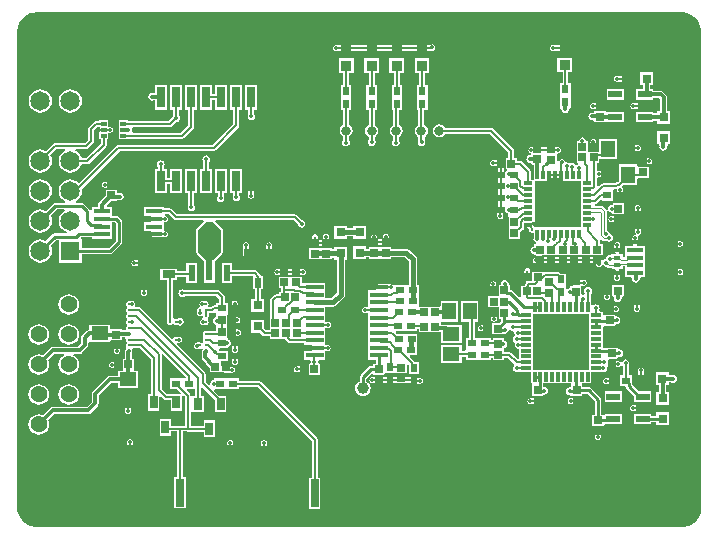
<source format=gbr>
%TF.GenerationSoftware,Altium Limited,Altium Designer,19.1.7 (138)*%
G04 Layer_Physical_Order=1*
G04 Layer_Color=255*
%FSLAX45Y45*%
%MOMM*%
%TF.FileFunction,Copper,L1,Top,Signal*%
%TF.Part,Single*%
G01*
G75*
%TA.AperFunction,SMDPad,CuDef*%
%ADD10R,0.60000X0.35000*%
%ADD11R,0.75000X0.30000*%
%ADD12R,1.45000X1.15000*%
%ADD13R,0.65000X1.10000*%
%ADD14R,0.70000X0.60000*%
%ADD15R,0.70000X1.77500*%
%ADD16R,0.47500X0.30000*%
%ADD17R,1.40000X0.45000*%
%ADD18R,0.64000X0.65000*%
%ADD19R,0.60000X0.70000*%
%ADD20R,0.95000X0.90000*%
%ADD21R,1.15000X0.60000*%
%ADD22R,0.80000X0.80000*%
%ADD23R,1.10000X0.65000*%
%ADD24C,0.80000*%
%ADD25R,0.30000X0.75000*%
%ADD26R,3.85000X3.85000*%
%ADD27R,0.65000X0.64000*%
%ADD28R,1.20000X1.40000*%
%ADD29R,1.90000X1.90000*%
%ADD30R,1.40000X1.60000*%
%ADD31R,1.35000X0.40000*%
%ADD32R,1.20000X1.45000*%
%ADD33R,1.45000X1.20000*%
%TA.AperFunction,ConnectorPad*%
%ADD34R,1.60000X4.90000*%
%ADD35R,0.70000X2.35000*%
%TA.AperFunction,BGAPad,CuDef*%
%ADD36C,0.20000*%
%TA.AperFunction,SMDPad,CuDef*%
%ADD37R,0.30000X0.85000*%
%ADD38R,0.85000X0.30000*%
%ADD39R,4.25000X4.25000*%
%ADD40R,0.60000X0.85000*%
%ADD41R,0.60000X1.40000*%
%ADD42R,0.60000X1.80000*%
%ADD43R,0.80000X0.80000*%
%ADD44C,1.00000*%
%ADD45R,1.52000X0.44000*%
%TA.AperFunction,Conductor*%
%ADD46C,0.20000*%
%ADD47C,0.15000*%
%ADD48C,0.12000*%
%ADD49C,0.30000*%
%ADD50C,0.25000*%
%ADD51C,0.17000*%
%ADD52C,0.40000*%
%TA.AperFunction,ComponentPad*%
%ADD53C,1.95000*%
%ADD54R,1.42500X1.42500*%
%ADD55C,1.42500*%
%ADD56R,1.65000X1.65000*%
%ADD57C,1.65000*%
%TA.AperFunction,ViaPad*%
%ADD58C,0.35000*%
G36*
X5600078Y4338076D02*
X5601175Y4338015D01*
X5602267Y4337895D01*
X5603352Y4337715D01*
X5603888Y4337596D01*
X5620252Y4337658D01*
X5652386Y4331449D01*
X5682712Y4319139D01*
X5710083Y4301195D01*
X5733464Y4278293D01*
X5751973Y4251301D01*
X5764910Y4221238D01*
X5771786Y4189240D01*
X5772063Y4172878D01*
X5772063Y4172877D01*
X5772064Y4172835D01*
X5772065Y4172750D01*
X5772066Y4172580D01*
X5772065Y150228D01*
X5772071Y149891D01*
X5772079Y149219D01*
X5772084Y148547D01*
X5772087Y147874D01*
Y131214D01*
X5765786Y99180D01*
X5753420Y68965D01*
X5735454Y41704D01*
X5712565Y18424D01*
X5685613Y-1D01*
X5655611Y-12877D01*
X5623689Y-19721D01*
X5606853Y-20006D01*
X5605826Y-19971D01*
X5604801Y-19883D01*
X5603783Y-19742D01*
X5603277Y-19646D01*
X5602814Y-19735D01*
X5601881Y-19867D01*
X5600942Y-19956D01*
X5600000Y-20000D01*
X162567Y-20000D01*
X149868Y-19997D01*
X133188Y-20260D01*
X100755Y-14346D01*
X70096Y-2226D01*
X42387Y15636D01*
X18690Y38556D01*
X-87Y65654D01*
X-13223Y95892D01*
X-20215Y128109D01*
X-20505Y144591D01*
X-20510Y157066D01*
X-20510Y4167396D01*
X-20509Y4167396D01*
X-20510Y4167397D01*
X-20765Y4183587D01*
X-15066Y4215467D01*
X-3367Y4245665D01*
X13898Y4273064D01*
X36089Y4296651D01*
X62387Y4315551D01*
X91817Y4329067D01*
X123291Y4336696D01*
X139467Y4337427D01*
X140086Y4337588D01*
X141342Y4337832D01*
X142612Y4337995D01*
X143889Y4338076D01*
X5600078Y4338076D01*
D02*
G37*
%LPC*%
G36*
X4615000Y4065490D02*
X4520060D01*
X4510305Y4063549D01*
X4502036Y4058024D01*
X4500636Y4056624D01*
X4495111Y4048355D01*
X4493170Y4038600D01*
X4495111Y4028845D01*
X4500636Y4020576D01*
X4508905Y4015051D01*
X4518660Y4013110D01*
X4525699Y4014510D01*
X4615000D01*
X4624754Y4016451D01*
X4633024Y4021976D01*
X4638549Y4030246D01*
X4640490Y4040000D01*
X4638549Y4049754D01*
X4633024Y4058024D01*
X4624754Y4063549D01*
X4615000Y4065490D01*
D02*
G37*
G36*
X3495040Y4066629D02*
X3485285Y4064689D01*
X3483099Y4063229D01*
X3481899Y4062990D01*
X2678600D01*
X2668846Y4061050D01*
X2660576Y4055524D01*
X2659136Y4054084D01*
X2653611Y4045815D01*
X2651670Y4036060D01*
X2653611Y4026305D01*
X2659136Y4018036D01*
X2667405Y4012511D01*
X2677160Y4010570D01*
X2684400Y4012011D01*
X3485000D01*
X3488870Y4012780D01*
X3492170D01*
X3501925Y4014721D01*
X3510194Y4020246D01*
X3513064Y4023116D01*
X3518589Y4031385D01*
X3520529Y4041140D01*
X3518589Y4050895D01*
X3513064Y4059164D01*
X3504795Y4064689D01*
X3495040Y4066629D01*
D02*
G37*
G36*
X5134764Y3803338D02*
X5060548D01*
X5050794Y3801398D01*
X5042524Y3795872D01*
X5041656Y3795004D01*
X5036131Y3786735D01*
X5034190Y3776980D01*
X5036131Y3767225D01*
X5041656Y3758956D01*
X5049925Y3753431D01*
X5059680Y3751490D01*
X5064045Y3752359D01*
X5134764D01*
X5144519Y3754299D01*
X5152788Y3759824D01*
X5158314Y3768094D01*
X5160254Y3777848D01*
X5158314Y3787603D01*
X5152788Y3795872D01*
X5144519Y3801398D01*
X5134764Y3803338D01*
D02*
G37*
G36*
X1249000Y3722550D02*
X1149000D01*
Y3655168D01*
X1135400D01*
X1135361Y3655194D01*
X1122680Y3657717D01*
X1109999Y3655194D01*
X1099249Y3648011D01*
X1092066Y3637261D01*
X1089543Y3624580D01*
X1092066Y3611899D01*
X1099249Y3601149D01*
X1109999Y3593966D01*
X1122680Y3591443D01*
X1135361Y3593966D01*
X1135400Y3593992D01*
X1149000D01*
Y3515050D01*
X1249000D01*
Y3722550D01*
D02*
G37*
G36*
X1757000D02*
X1657000D01*
Y3644290D01*
X1630000D01*
Y3722550D01*
X1530000D01*
Y3515050D01*
X1630000D01*
Y3593310D01*
X1657000D01*
Y3515050D01*
X1757000D01*
Y3722550D01*
D02*
G37*
G36*
X5114760Y3687840D02*
X4969760D01*
Y3597840D01*
X5114760D01*
Y3687840D01*
D02*
G37*
G36*
X5292260Y3573330D02*
X5198840D01*
X5189086Y3571389D01*
X5180816Y3565864D01*
X5178816Y3563864D01*
X5173291Y3555595D01*
X5171350Y3545840D01*
X5173291Y3536085D01*
X5178816Y3527816D01*
X5187085Y3522291D01*
X5196840Y3520350D01*
X5206595Y3522291D01*
X5206684Y3522350D01*
X5292260D01*
X5302014Y3524291D01*
X5310284Y3529816D01*
X5315809Y3538086D01*
X5317750Y3547840D01*
X5315809Y3557594D01*
X5310284Y3565864D01*
X5302014Y3571389D01*
X5292260Y3573330D01*
D02*
G37*
G36*
X4914760Y3570830D02*
X4905006Y3568889D01*
X4904857Y3568790D01*
X4853940D01*
X4844186Y3566849D01*
X4835916Y3561324D01*
X4830391Y3553054D01*
X4828450Y3543300D01*
X4830391Y3533546D01*
X4835916Y3525276D01*
X4844186Y3519751D01*
X4853940Y3517810D01*
X4912720D01*
X4922475Y3519751D01*
X4930744Y3525276D01*
X4932784Y3527316D01*
X4938309Y3535586D01*
X4940250Y3545340D01*
X4938309Y3555094D01*
X4932784Y3563364D01*
X4924515Y3568889D01*
X4914760Y3570830D01*
D02*
G37*
G36*
X430000Y3685841D02*
X404547Y3682490D01*
X380829Y3672666D01*
X360462Y3657038D01*
X344834Y3636671D01*
X335009Y3612953D01*
X331659Y3587500D01*
X335009Y3562047D01*
X344834Y3538329D01*
X360462Y3517962D01*
X380829Y3502334D01*
X404547Y3492510D01*
X430000Y3489159D01*
X455452Y3492510D01*
X479170Y3502334D01*
X499538Y3517962D01*
X515166Y3538329D01*
X524990Y3562047D01*
X528341Y3587500D01*
X524990Y3612953D01*
X515166Y3636671D01*
X499538Y3657038D01*
X479170Y3672666D01*
X455452Y3682490D01*
X430000Y3685841D01*
D02*
G37*
G36*
X176000D02*
X150547Y3682490D01*
X126829Y3672666D01*
X106462Y3657038D01*
X90834Y3636671D01*
X81009Y3612953D01*
X77659Y3587500D01*
X81009Y3562047D01*
X90834Y3538329D01*
X106462Y3517962D01*
X126829Y3502334D01*
X150547Y3492510D01*
X176000Y3489159D01*
X201452Y3492510D01*
X225170Y3502334D01*
X245538Y3517962D01*
X261166Y3538329D01*
X270990Y3562047D01*
X274341Y3587500D01*
X270990Y3612953D01*
X261166Y3636671D01*
X245538Y3657038D01*
X225170Y3672666D01*
X201452Y3682490D01*
X176000Y3685841D01*
D02*
G37*
G36*
X4961760Y3502840D02*
Y3502840D01*
X4867760D01*
Y3498280D01*
X4867021Y3497006D01*
X4855060Y3488843D01*
X4848860Y3490077D01*
X4836179Y3487554D01*
X4825429Y3480371D01*
X4818246Y3469621D01*
X4815723Y3456940D01*
X4818246Y3444259D01*
X4825429Y3433509D01*
X4836179Y3426326D01*
X4848860Y3423803D01*
X4855060Y3425037D01*
X4867021Y3416874D01*
X4867760Y3415600D01*
Y3407840D01*
X4961759D01*
Y3407840D01*
X4969760D01*
Y3407840D01*
X5114760D01*
Y3497840D01*
X4969760D01*
X4961760Y3502840D01*
D02*
G37*
G36*
X4677500Y3950000D02*
X4552500D01*
Y3830000D01*
X4597059D01*
Y3740000D01*
X4575000D01*
Y3642700D01*
X4575000Y3640000D01*
Y3630000D01*
X4575000Y3627300D01*
Y3530000D01*
X4579277D01*
X4587123Y3520440D01*
X4589646Y3507759D01*
X4596829Y3497009D01*
X4607579Y3489826D01*
X4620260Y3487303D01*
X4632941Y3489826D01*
X4643691Y3497009D01*
X4650874Y3507759D01*
X4653397Y3520440D01*
X4661243Y3530000D01*
X4665000D01*
Y3627300D01*
X4665000Y3630000D01*
Y3640000D01*
X4665000Y3642700D01*
Y3740000D01*
X4642940D01*
Y3830000D01*
X4677500D01*
Y3950000D01*
D02*
G37*
G36*
X5364764Y3832848D02*
X5254764D01*
Y3722848D01*
X5279177D01*
Y3687840D01*
X5219760D01*
Y3597840D01*
X5364760D01*
Y3612252D01*
X5414830D01*
X5421666Y3605416D01*
Y3505345D01*
X5397254D01*
Y3482180D01*
X5364760D01*
Y3497840D01*
X5219760D01*
Y3407840D01*
X5364760D01*
Y3421005D01*
X5397254D01*
Y3395345D01*
X5507254D01*
Y3505345D01*
X5482841D01*
Y3618085D01*
X5482842Y3618086D01*
X5480513Y3629792D01*
X5473883Y3639715D01*
X5473882Y3639716D01*
X5449129Y3664469D01*
X5439205Y3671099D01*
X5427500Y3673428D01*
X5427499Y3673428D01*
X5364760D01*
Y3687840D01*
X5340352D01*
Y3722848D01*
X5364764D01*
Y3832848D01*
D02*
G37*
G36*
X2011000Y3722550D02*
X1911000D01*
Y3515050D01*
X1937930D01*
Y3477290D01*
X1932806Y3469621D01*
X1930283Y3456940D01*
X1932806Y3444259D01*
X1939989Y3433509D01*
X1950739Y3426326D01*
X1963420Y3423803D01*
X1976101Y3426326D01*
X1986851Y3433509D01*
X1994034Y3444259D01*
X1996557Y3456940D01*
X1994034Y3469621D01*
X1988910Y3477290D01*
Y3515050D01*
X2011000D01*
Y3722550D01*
D02*
G37*
G36*
X1503000D02*
X1403000D01*
Y3515050D01*
X1427510D01*
Y3381258D01*
X1366922Y3320670D01*
X960004D01*
X952855Y3332144D01*
X952807Y3333370D01*
X955157Y3345180D01*
X952807Y3356990D01*
X952855Y3358216D01*
X960004Y3369690D01*
X1276820D01*
X1286575Y3371631D01*
X1294844Y3377156D01*
X1329634Y3411946D01*
X1338681Y3413746D01*
X1349431Y3420929D01*
X1356614Y3431679D01*
X1359136Y3444360D01*
X1356614Y3457041D01*
X1351490Y3464710D01*
Y3515050D01*
X1376000D01*
Y3722550D01*
X1276000D01*
Y3515050D01*
X1300510D01*
Y3464710D01*
X1295386Y3457041D01*
X1293586Y3447994D01*
X1266262Y3420670D01*
X917570D01*
Y3425180D01*
X840070D01*
Y3365180D01*
Y3265180D01*
X917570D01*
Y3269690D01*
X1377480D01*
X1387235Y3271631D01*
X1395504Y3277156D01*
X1471024Y3352676D01*
X1476549Y3360945D01*
X1478490Y3370700D01*
Y3515050D01*
X1503000D01*
Y3722550D01*
D02*
G37*
G36*
X3042500Y3947500D02*
X2917500D01*
Y3827500D01*
X2954510D01*
Y3725000D01*
X2935000D01*
Y3627700D01*
X2935000Y3625000D01*
Y3615000D01*
X2935000Y3612300D01*
Y3515000D01*
X2954510D01*
Y3384116D01*
X2940347Y3374653D01*
X2928192Y3356460D01*
X2923923Y3335000D01*
X2928192Y3313540D01*
X2940347Y3295347D01*
X2955490Y3285229D01*
Y3259923D01*
X2951346Y3253721D01*
X2948823Y3241040D01*
X2951346Y3228359D01*
X2958529Y3217609D01*
X2969279Y3210426D01*
X2981960Y3207903D01*
X2994641Y3210426D01*
X3005391Y3217609D01*
X3012574Y3228359D01*
X3015097Y3241040D01*
X3012574Y3253721D01*
X3006470Y3262857D01*
Y3286539D01*
X3019653Y3295347D01*
X3031809Y3313540D01*
X3036077Y3335000D01*
X3031809Y3356460D01*
X3019653Y3374653D01*
X3005490Y3384116D01*
Y3515000D01*
X3025000D01*
Y3612300D01*
X3025000Y3615000D01*
Y3625000D01*
X3025000Y3627700D01*
Y3725000D01*
X3005490D01*
Y3827500D01*
X3042500D01*
Y3947500D01*
D02*
G37*
G36*
X3470000D02*
X3345000D01*
Y3827500D01*
X3384510D01*
Y3725000D01*
X3365000D01*
Y3627700D01*
X3365000Y3625000D01*
Y3615000D01*
X3365000Y3612300D01*
Y3515000D01*
X3377010D01*
Y3384116D01*
X3362847Y3374653D01*
X3350691Y3356460D01*
X3346423Y3335000D01*
X3350691Y3313540D01*
X3362847Y3295347D01*
X3377560Y3285517D01*
Y3258027D01*
X3372986Y3251181D01*
X3370463Y3238500D01*
X3372986Y3225819D01*
X3380169Y3215069D01*
X3390919Y3207886D01*
X3403600Y3205363D01*
X3416281Y3207886D01*
X3427031Y3215069D01*
X3434214Y3225819D01*
X3436737Y3238500D01*
X3434214Y3251181D01*
X3428539Y3259673D01*
Y3286251D01*
X3442153Y3295347D01*
X3454309Y3313540D01*
X3458577Y3335000D01*
X3454309Y3356460D01*
X3442153Y3374653D01*
X3427990Y3384116D01*
Y3515000D01*
X3455000D01*
Y3612300D01*
X3455000Y3615000D01*
Y3625000D01*
X3455000Y3627700D01*
Y3725000D01*
X3435490D01*
Y3827500D01*
X3470000D01*
Y3947500D01*
D02*
G37*
G36*
X3255000D02*
X3130000D01*
Y3827500D01*
X3169510D01*
Y3725000D01*
X3150000D01*
Y3627700D01*
X3150000Y3625000D01*
Y3615000D01*
X3150000Y3612300D01*
Y3515000D01*
X3164510D01*
Y3384116D01*
X3150347Y3374653D01*
X3138191Y3356460D01*
X3133923Y3335000D01*
X3138191Y3313540D01*
X3150347Y3295347D01*
X3162090Y3287501D01*
Y3259632D01*
X3161729Y3259391D01*
X3154546Y3248641D01*
X3152023Y3235960D01*
X3154546Y3223279D01*
X3161729Y3212529D01*
X3172479Y3205346D01*
X3185160Y3202823D01*
X3197841Y3205346D01*
X3208591Y3212529D01*
X3215774Y3223279D01*
X3218297Y3235960D01*
X3215774Y3248641D01*
X3213070Y3252688D01*
Y3284267D01*
X3229653Y3295347D01*
X3241809Y3313540D01*
X3246077Y3335000D01*
X3241809Y3356460D01*
X3229653Y3374653D01*
X3215490Y3384116D01*
Y3515000D01*
X3240000D01*
Y3612300D01*
X3240000Y3615000D01*
Y3625000D01*
X3240000Y3627700D01*
Y3725000D01*
X3220490D01*
Y3827500D01*
X3255000D01*
Y3947500D01*
D02*
G37*
G36*
X2827499D02*
X2702499D01*
Y3827500D01*
X2737010D01*
Y3722500D01*
X2717500D01*
Y3625200D01*
X2717500Y3622500D01*
Y3612500D01*
X2717500Y3609800D01*
Y3512500D01*
X2739510D01*
Y3386616D01*
X2725347Y3377153D01*
X2713191Y3358960D01*
X2708923Y3337500D01*
X2713191Y3316040D01*
X2725347Y3297847D01*
X2738770Y3288878D01*
Y3257418D01*
X2732906Y3248641D01*
X2730383Y3235960D01*
X2732906Y3223279D01*
X2740089Y3212529D01*
X2750839Y3205346D01*
X2763520Y3202823D01*
X2776201Y3205346D01*
X2786951Y3212529D01*
X2794134Y3223279D01*
X2796657Y3235960D01*
X2794134Y3248641D01*
X2789750Y3255202D01*
Y3287890D01*
X2804653Y3297847D01*
X2816809Y3316040D01*
X2821077Y3337500D01*
X2816809Y3358960D01*
X2804653Y3377153D01*
X2790490Y3386616D01*
Y3512500D01*
X2807500D01*
Y3609800D01*
X2807500Y3612500D01*
Y3622500D01*
X2807500Y3625200D01*
Y3722500D01*
X2787990D01*
Y3827500D01*
X2827499D01*
Y3947500D01*
D02*
G37*
G36*
X4859020Y3266530D02*
X4849266Y3264589D01*
X4840996Y3259064D01*
X4835471Y3250794D01*
X4833530Y3241040D01*
Y3203480D01*
X4835471Y3193725D01*
X4840996Y3185456D01*
X4844476Y3181976D01*
X4852745Y3176451D01*
X4862500Y3174511D01*
X4872255Y3176451D01*
X4880524Y3181976D01*
X4886049Y3190245D01*
X4887989Y3200000D01*
X4886049Y3209755D01*
X4884510Y3212059D01*
Y3241040D01*
X4882569Y3250794D01*
X4877044Y3259064D01*
X4868774Y3264589D01*
X4859020Y3266530D01*
D02*
G37*
G36*
X5507254Y3330345D02*
X5397254D01*
Y3220345D01*
X5409946D01*
X5411822Y3219020D01*
X5419145Y3207645D01*
X5417703Y3200400D01*
X5420226Y3187719D01*
X5427409Y3176969D01*
X5438159Y3169786D01*
X5450840Y3167263D01*
X5463521Y3169786D01*
X5474271Y3176969D01*
X5481454Y3187719D01*
X5483977Y3200400D01*
X5482535Y3207645D01*
X5489858Y3219020D01*
X5491734Y3220345D01*
X5507254D01*
Y3330345D01*
D02*
G37*
G36*
X5237480Y3213190D02*
X5155200D01*
X5145445Y3211249D01*
X5137176Y3205724D01*
X5134476Y3203024D01*
X5128951Y3194755D01*
X5127010Y3185000D01*
X5128951Y3175245D01*
X5134476Y3166976D01*
X5142745Y3161451D01*
X5152500Y3159510D01*
X5162255Y3161451D01*
X5163392Y3162210D01*
X5237480D01*
X5247234Y3164151D01*
X5255504Y3169676D01*
X5261029Y3177946D01*
X5262970Y3187700D01*
X5261029Y3197454D01*
X5255504Y3205724D01*
X5247234Y3211249D01*
X5237480Y3213190D01*
D02*
G37*
G36*
X5331460Y3101430D02*
X5280940D01*
X5271186Y3099489D01*
X5262916Y3093964D01*
X5261976Y3093024D01*
X5256451Y3084755D01*
X5254510Y3075000D01*
X5256451Y3065245D01*
X5261976Y3056976D01*
X5270245Y3051451D01*
X5280000Y3049510D01*
X5284726Y3050450D01*
X5331460D01*
X5341214Y3052391D01*
X5349484Y3057916D01*
X5355009Y3066186D01*
X5356950Y3075940D01*
X5355009Y3085694D01*
X5349484Y3093964D01*
X5341214Y3099489D01*
X5331460Y3101430D01*
D02*
G37*
G36*
X3555000Y3391078D02*
X3533540Y3386809D01*
X3515347Y3374653D01*
X3503191Y3356460D01*
X3498923Y3335000D01*
X3503191Y3313540D01*
X3515347Y3295347D01*
X3533540Y3283192D01*
X3555000Y3278923D01*
X3576460Y3283192D01*
X3594653Y3295347D01*
X3604116Y3309511D01*
X3984882D01*
X4136850Y3157542D01*
Y3105160D01*
X4114840D01*
Y3011160D01*
X4120280D01*
X4123401Y3010864D01*
X4124421Y3008143D01*
X4125403Y2998460D01*
X4116769Y2992691D01*
X4110690Y2983593D01*
X4104193Y2983692D01*
X4097990Y2985705D01*
Y3058000D01*
X4096049Y3067755D01*
X4090524Y3076024D01*
X4090364Y3076184D01*
X4087824Y3078724D01*
X4079555Y3084249D01*
X4069800Y3086190D01*
X4010660D01*
X4000906Y3084249D01*
X3992636Y3078724D01*
X3987111Y3070454D01*
X3985170Y3060700D01*
X3987111Y3050946D01*
X3992636Y3042676D01*
X4000906Y3037151D01*
X4010660Y3035210D01*
X4047010D01*
Y2965000D01*
Y2867500D01*
Y2770000D01*
Y2666045D01*
X4046130Y2661620D01*
Y2611120D01*
X4048071Y2601366D01*
X4053596Y2593096D01*
X4061866Y2587571D01*
X4071620Y2585630D01*
X4081374Y2587571D01*
X4089644Y2593096D01*
X4095169Y2601366D01*
X4097110Y2611120D01*
Y2651943D01*
X4109586Y2654319D01*
X4116769Y2643569D01*
X4127519Y2636386D01*
X4132500Y2635395D01*
Y2617500D01*
X4133982D01*
X4140500Y2607500D01*
Y2512500D01*
Y2422500D01*
X4234500D01*
Y2477934D01*
X4239610Y2478951D01*
X4247879Y2484476D01*
X4262774Y2499371D01*
X4268299Y2507640D01*
X4270240Y2517395D01*
Y2534077D01*
X4282940Y2535327D01*
X4283951Y2530245D01*
X4289476Y2521976D01*
X4310290Y2501162D01*
Y2499360D01*
X4312231Y2489606D01*
X4317756Y2481336D01*
X4326026Y2475811D01*
X4335780Y2473870D01*
X4339800Y2474670D01*
X4352500Y2466353D01*
Y2428646D01*
X4350903Y2420620D01*
X4352500Y2412499D01*
X4352519D01*
X4353426Y2407939D01*
X4360609Y2397189D01*
X4371359Y2390006D01*
X4369133Y2377500D01*
X4358000D01*
Y2357109D01*
X4345959Y2354714D01*
X4335209Y2347531D01*
X4328026Y2336781D01*
X4325503Y2324100D01*
X4328026Y2311419D01*
X4335209Y2300669D01*
X4345959Y2293486D01*
X4358000Y2291091D01*
Y2282500D01*
X4370150D01*
X4375390Y2269800D01*
X4370057Y2262974D01*
X4361586Y2261289D01*
X4353316Y2255764D01*
X4347791Y2247494D01*
X4345850Y2237740D01*
X4347791Y2227986D01*
X4353316Y2219716D01*
X4361586Y2214191D01*
X4371340Y2212250D01*
X4382740D01*
X4392495Y2214191D01*
X4395732Y2216354D01*
X4405000Y2214510D01*
X4879250D01*
Y2204720D01*
X4881191Y2194966D01*
X4886716Y2186696D01*
X4894986Y2181171D01*
X4904740Y2179230D01*
X4914494Y2181171D01*
X4922764Y2186696D01*
X4927702Y2194087D01*
X4932959Y2195435D01*
X4941502Y2196294D01*
X4941715Y2195975D01*
X4952466Y2188792D01*
X4965146Y2186270D01*
X4969524Y2187140D01*
X4976304Y2180360D01*
X4983251Y2175719D01*
X4991445Y2174089D01*
X5015000D01*
Y2163000D01*
X5042278D01*
X5046131Y2150300D01*
X5041976Y2147524D01*
X5041656Y2147204D01*
X5036131Y2138935D01*
X5034190Y2129180D01*
Y2087880D01*
X5036131Y2078126D01*
X5041656Y2069856D01*
X5049926Y2064331D01*
X5059680Y2062390D01*
X5069434Y2064331D01*
X5077704Y2069856D01*
X5083229Y2078126D01*
X5085170Y2087880D01*
Y2127891D01*
X5085490Y2129500D01*
X5083549Y2139255D01*
X5078024Y2147524D01*
X5073869Y2150300D01*
X5077722Y2163000D01*
X5105000D01*
Y2177926D01*
X5106000Y2190089D01*
X5129500D01*
Y2095000D01*
X5176440D01*
X5184497Y2085183D01*
X5184023Y2082800D01*
X5186546Y2070119D01*
X5193729Y2059369D01*
X5204479Y2052186D01*
X5217160Y2049663D01*
X5229841Y2052186D01*
X5240591Y2059369D01*
X5247774Y2070119D01*
X5250297Y2082800D01*
X5249823Y2085183D01*
X5257880Y2095000D01*
X5294500D01*
Y2160000D01*
Y2225000D01*
Y2290000D01*
Y2360000D01*
X5234960D01*
X5230996Y2369617D01*
X5230748Y2372700D01*
X5232644Y2374596D01*
X5238169Y2382866D01*
X5240110Y2392620D01*
Y2428240D01*
X5238169Y2437994D01*
X5235969Y2441287D01*
X5236237Y2443460D01*
X5241625Y2454375D01*
X5247234Y2455491D01*
X5255504Y2461016D01*
X5261029Y2469286D01*
X5262970Y2479040D01*
Y2577020D01*
X5261029Y2586775D01*
X5257890Y2591474D01*
Y2682240D01*
X5255949Y2691994D01*
X5250424Y2700264D01*
X5242154Y2705789D01*
X5232400Y2707730D01*
X5222646Y2705789D01*
X5214376Y2700264D01*
X5208851Y2691994D01*
X5206910Y2682240D01*
Y2582100D01*
X5208851Y2572346D01*
X5211990Y2567647D01*
Y2479040D01*
X5213931Y2469286D01*
X5216131Y2465993D01*
X5215863Y2463820D01*
X5210475Y2452905D01*
X5204866Y2451789D01*
X5196596Y2446264D01*
X5191071Y2437994D01*
X5189130Y2428240D01*
Y2400772D01*
X5188451Y2399755D01*
X5186510Y2390000D01*
X5188451Y2380245D01*
X5193492Y2372700D01*
X5192652Y2368763D01*
X5189040Y2360000D01*
X5129500D01*
Y2272178D01*
X5119254Y2264912D01*
X5105000D01*
Y2292000D01*
X5077722D01*
X5073869Y2304700D01*
X5078024Y2307476D01*
X5080244Y2309696D01*
X5085769Y2317965D01*
X5087710Y2327720D01*
Y2367280D01*
X5085769Y2377034D01*
X5080244Y2385304D01*
X5071974Y2390829D01*
X5062220Y2392770D01*
X5052466Y2390829D01*
X5044196Y2385304D01*
X5038671Y2377034D01*
X5036730Y2367280D01*
Y2335673D01*
X5036451Y2335255D01*
X5034510Y2325500D01*
X5036451Y2315745D01*
X5041976Y2307476D01*
X5046131Y2304700D01*
X5042278Y2292000D01*
X5015000D01*
Y2292000D01*
X5002300Y2283302D01*
X4996966Y2284363D01*
X4984285Y2281840D01*
X4973535Y2274657D01*
X4966352Y2263907D01*
X4964048Y2252324D01*
X4952466Y2250020D01*
X4941715Y2242837D01*
X4941013Y2241786D01*
X4936309Y2241368D01*
X4926636Y2243129D01*
X4922764Y2248924D01*
X4910845Y2260843D01*
X4910844Y2260844D01*
X4902574Y2266369D01*
X4892820Y2268310D01*
X4883065Y2266369D01*
X4881749Y2265490D01*
X4422008D01*
X4418439Y2269800D01*
X4424413Y2282500D01*
X4452000Y2282500D01*
X4464700Y2282500D01*
X4537800D01*
X4546999Y2282500D01*
Y2282499D01*
X4550501D01*
Y2282500D01*
X4635300D01*
X4644499Y2282500D01*
Y2282499D01*
X4648001D01*
Y2282500D01*
X4741999D01*
Y2282499D01*
X4745501D01*
Y2282500D01*
X4839499D01*
Y2282499D01*
X4843000D01*
Y2282500D01*
X4937000D01*
Y2377500D01*
X4915490D01*
Y2404880D01*
X4915151Y2406580D01*
X4926856Y2412837D01*
X4930803Y2408890D01*
X4937749Y2404248D01*
X4945943Y2402619D01*
X4977254D01*
X4981029Y2400096D01*
X4993710Y2397574D01*
X5006391Y2400096D01*
X5017141Y2407279D01*
X5024324Y2418029D01*
X5026846Y2430710D01*
X5024324Y2443391D01*
X5017141Y2454141D01*
X5006391Y2461324D01*
X4994808Y2463628D01*
X4992504Y2475211D01*
X4985321Y2485961D01*
X4974571Y2493144D01*
X4973391Y2493379D01*
Y2655225D01*
X4973603Y2655279D01*
D01*
X4975720Y2655826D01*
Y2655826D01*
X4975722Y2655827D01*
X4975722Y2655826D01*
X4987479Y2655753D01*
X4990529Y2651189D01*
X5001279Y2644006D01*
X5013960Y2641483D01*
X5023000Y2634064D01*
Y2627500D01*
X5117000D01*
Y2722500D01*
X5023000D01*
Y2715176D01*
X5013960Y2707757D01*
X5001279Y2705234D01*
X4990529Y2698051D01*
X4983346Y2687301D01*
X4980929Y2675152D01*
X4971685Y2667901D01*
X4969540Y2667013D01*
X4967120Y2670366D01*
X4961721Y2675765D01*
X4941345Y2696140D01*
X4934399Y2700781D01*
X4926205Y2702411D01*
X4875574D01*
X4869493Y2715111D01*
X4871060Y2717059D01*
X4879839Y2718806D01*
X4887281Y2723778D01*
X4915767Y2752264D01*
X4927500Y2747404D01*
Y2745000D01*
X5027500D01*
Y2835000D01*
X5034696Y2844719D01*
X5046980D01*
X5048189Y2844960D01*
X5054465Y2840677D01*
X5059590Y2834914D01*
Y2792420D01*
X5061531Y2782665D01*
X5067056Y2774396D01*
X5069476Y2771976D01*
X5077745Y2766451D01*
X5087500Y2764511D01*
X5097254Y2766451D01*
X5105524Y2771976D01*
X5111049Y2780245D01*
X5112989Y2790000D01*
X5111049Y2799755D01*
X5110570Y2800472D01*
Y2837180D01*
X5108629Y2846934D01*
X5103104Y2855204D01*
X5101402Y2870838D01*
X5110008Y2880000D01*
X5227500D01*
Y2927078D01*
X5233000Y2937500D01*
X5327000D01*
Y3032500D01*
X5233000D01*
X5227500Y3042922D01*
Y3050000D01*
X5077500D01*
Y2912443D01*
X5065178Y2900120D01*
X5056501D01*
X5056500Y2900121D01*
X5047721Y2898374D01*
X5040278Y2893401D01*
X5037478Y2890601D01*
X4942840D01*
X4934061Y2888854D01*
X4926619Y2883881D01*
X4903141Y2860403D01*
X4890441Y2865664D01*
Y2934636D01*
X4900504Y2943532D01*
X4902649Y2944186D01*
X4904740Y2943770D01*
X4969274D01*
X4972745Y2941451D01*
X4982500Y2939511D01*
X4992254Y2941451D01*
X5000524Y2946976D01*
X5006049Y2955245D01*
X5007989Y2965000D01*
X5006049Y2974755D01*
X5000524Y2983024D01*
X4996264Y2987284D01*
X4987994Y2992809D01*
X4978240Y2994750D01*
X4904740D01*
X4899741Y2993755D01*
X4887041Y3001612D01*
Y3062500D01*
X4909500D01*
Y3100000D01*
X5057500D01*
Y3270000D01*
X4907500D01*
Y3157500D01*
X4815500D01*
X4812000Y3168751D01*
Y3247500D01*
X4797902D01*
X4795654Y3258801D01*
X4788471Y3269551D01*
X4777721Y3276734D01*
X4765040Y3279257D01*
X4752359Y3276734D01*
X4741609Y3269551D01*
X4734426Y3258801D01*
X4732178Y3247500D01*
X4718000D01*
Y3152500D01*
Y3062500D01*
X4727354D01*
X4729074Y3061794D01*
X4730255Y3049801D01*
X4726811Y3049115D01*
X4721879Y3048134D01*
X4713200Y3042335D01*
X4711834Y3042901D01*
X4704651Y3053651D01*
X4693901Y3060834D01*
X4681220Y3063357D01*
X4668539Y3060834D01*
X4659169Y3054573D01*
X4656391Y3058731D01*
X4645641Y3065914D01*
X4632960Y3068437D01*
X4627521Y3067355D01*
X4625353Y3067975D01*
X4614668Y3075692D01*
X4614118Y3076652D01*
X4613329Y3080615D01*
X4607804Y3088884D01*
X4599535Y3094409D01*
X4589780Y3096349D01*
X4580025Y3094409D01*
X4571756Y3088884D01*
X4564476Y3081604D01*
X4562200Y3078198D01*
X4549500Y3082050D01*
Y3134270D01*
X4549500Y3137500D01*
X4557298Y3146970D01*
X4559300D01*
X4569054Y3148911D01*
X4577324Y3154436D01*
X4582849Y3162706D01*
X4584790Y3172460D01*
X4582849Y3182214D01*
X4577324Y3190484D01*
X4569054Y3196009D01*
X4559300Y3197950D01*
X4520598D01*
X4520524Y3198024D01*
X4512255Y3203549D01*
X4502500Y3205490D01*
X4492745Y3203549D01*
X4488167Y3200490D01*
X4333240D01*
X4323486Y3198549D01*
X4315216Y3193024D01*
X4309691Y3184754D01*
X4307750Y3175000D01*
X4309691Y3165246D01*
X4315216Y3156976D01*
X4323486Y3151451D01*
X4329564Y3150242D01*
X4334906Y3141025D01*
X4335500Y3137998D01*
X4335500Y3136936D01*
X4325683Y3128879D01*
X4323080Y3129397D01*
X4310399Y3126874D01*
X4299649Y3119691D01*
X4292466Y3108941D01*
X4289943Y3096260D01*
X4292466Y3083579D01*
X4299649Y3072829D01*
X4310399Y3065646D01*
X4323080Y3063123D01*
X4325683Y3063641D01*
X4335500Y3055584D01*
Y3045000D01*
X4351912D01*
Y2965000D01*
X4352500Y2962045D01*
Y2920000D01*
X4332990D01*
Y2984840D01*
X4331049Y2994595D01*
X4325524Y3002864D01*
X4252204Y3076184D01*
X4243935Y3081709D01*
X4234180Y3083650D01*
X4209840D01*
Y3105160D01*
X4187829D01*
Y3168100D01*
X4185889Y3177855D01*
X4180363Y3186124D01*
X4013464Y3353024D01*
X4005194Y3358550D01*
X3995440Y3360490D01*
X3604116D01*
X3594653Y3374653D01*
X3576460Y3386809D01*
X3555000Y3391078D01*
D02*
G37*
G36*
X749970Y3425180D02*
X672470D01*
Y3420670D01*
X646900D01*
X637146Y3418729D01*
X628876Y3413204D01*
X586496Y3370824D01*
X580971Y3362555D01*
X579030Y3352800D01*
Y3259218D01*
X550782Y3230970D01*
X301980D01*
X292225Y3229029D01*
X283956Y3223504D01*
X225133Y3164681D01*
X201452Y3174490D01*
X176000Y3177841D01*
X150547Y3174490D01*
X126829Y3164666D01*
X106462Y3149038D01*
X90834Y3128671D01*
X81009Y3104953D01*
X77659Y3079500D01*
X81009Y3054047D01*
X90834Y3030329D01*
X106462Y3009962D01*
X126829Y2994334D01*
X150547Y2984510D01*
X176000Y2981159D01*
X201452Y2984510D01*
X225170Y2994334D01*
X245538Y3009962D01*
X261166Y3030329D01*
X270990Y3054047D01*
X274341Y3079500D01*
X270990Y3104953D01*
X261181Y3128634D01*
X312538Y3179990D01*
X384639D01*
X387165Y3167290D01*
X380829Y3164666D01*
X360462Y3149038D01*
X344834Y3128671D01*
X335009Y3104953D01*
X331659Y3079500D01*
X335009Y3054047D01*
X344834Y3030329D01*
X360462Y3009962D01*
X380829Y2994334D01*
X404547Y2984510D01*
X430000Y2981159D01*
X455452Y2984510D01*
X479170Y2994334D01*
X499538Y3009962D01*
X515166Y3030329D01*
X524975Y3054010D01*
X574670D01*
X584425Y3055951D01*
X592694Y3061476D01*
X729244Y3198026D01*
X734769Y3206296D01*
X736710Y3216050D01*
Y3265180D01*
X749970D01*
Y3319690D01*
X764540D01*
X774294Y3321631D01*
X782564Y3327156D01*
X788089Y3335426D01*
X790030Y3345180D01*
X788089Y3354934D01*
X782564Y3363204D01*
X774294Y3368729D01*
X764540Y3370670D01*
X749970D01*
Y3425180D01*
D02*
G37*
G36*
X1884000Y3722550D02*
X1784000D01*
Y3515050D01*
X1808510D01*
Y3391418D01*
X1635362Y3218270D01*
X836516D01*
X826762Y3216329D01*
X818493Y3210804D01*
X502531Y2894842D01*
X499537Y2895038D01*
X479170Y2910666D01*
X455452Y2920490D01*
X430000Y2923841D01*
X404547Y2920490D01*
X380829Y2910666D01*
X360462Y2895038D01*
X344834Y2874671D01*
X335009Y2850953D01*
X331659Y2825500D01*
X335009Y2800047D01*
X344834Y2776329D01*
X360462Y2755962D01*
X380829Y2740334D01*
X385936Y2738219D01*
X383410Y2725519D01*
X302260D01*
X291530Y2723384D01*
X282434Y2717306D01*
X222783Y2657655D01*
X201452Y2666490D01*
X176000Y2669841D01*
X150547Y2666490D01*
X126829Y2656666D01*
X106462Y2641038D01*
X90834Y2620671D01*
X81009Y2596953D01*
X77659Y2571500D01*
X81009Y2546047D01*
X90834Y2522329D01*
X106462Y2501962D01*
X126829Y2486334D01*
X150547Y2476510D01*
X176000Y2473159D01*
X201452Y2476510D01*
X225170Y2486334D01*
X245538Y2501962D01*
X261166Y2522329D01*
X270990Y2546047D01*
X274341Y2571500D01*
X270990Y2596953D01*
X262319Y2617887D01*
X313874Y2669441D01*
X378485D01*
X381011Y2656741D01*
X380829Y2656666D01*
X360462Y2641038D01*
X344834Y2620671D01*
X335009Y2596953D01*
X331659Y2571500D01*
X335009Y2546047D01*
X344834Y2522329D01*
X360462Y2501962D01*
X380829Y2486334D01*
X398201Y2479139D01*
X395674Y2466439D01*
X296900D01*
X286170Y2464304D01*
X277074Y2458226D01*
X222585Y2403737D01*
X201452Y2412490D01*
X176000Y2415841D01*
X150547Y2412490D01*
X126829Y2402666D01*
X106462Y2387038D01*
X90834Y2366671D01*
X81009Y2342953D01*
X77659Y2317500D01*
X81009Y2292047D01*
X90834Y2268329D01*
X106462Y2247962D01*
X126829Y2232334D01*
X150547Y2222510D01*
X176000Y2219159D01*
X201452Y2222510D01*
X225170Y2232334D01*
X245538Y2247962D01*
X261166Y2268329D01*
X270990Y2292047D01*
X274341Y2317500D01*
X270990Y2342953D01*
X262237Y2364085D01*
X308514Y2410361D01*
X332500D01*
Y2220000D01*
X527500D01*
Y2289462D01*
X765560D01*
X776290Y2291596D01*
X785386Y2297674D01*
X860566Y2372854D01*
X866644Y2381950D01*
X868779Y2392680D01*
Y2565400D01*
X866644Y2576130D01*
X860566Y2585226D01*
X835966Y2609826D01*
X826870Y2615904D01*
X816140Y2618039D01*
X780000D01*
Y2692500D01*
X741718D01*
X736458Y2705200D01*
X773757Y2742500D01*
X824500D01*
Y2743725D01*
X828907Y2745468D01*
X837200Y2747843D01*
X848360Y2745623D01*
X861041Y2748146D01*
X871791Y2755329D01*
X878974Y2766079D01*
X881497Y2778760D01*
X878974Y2791441D01*
X871791Y2802191D01*
X861041Y2809374D01*
X848360Y2811897D01*
X837200Y2809677D01*
X828907Y2812052D01*
X824500Y2813795D01*
Y2837500D01*
X730500D01*
Y2785758D01*
X674331Y2729589D01*
X667701Y2719665D01*
X665372Y2707960D01*
X665372Y2707959D01*
Y2692500D01*
X610000D01*
Y2666804D01*
X597404Y2665030D01*
X591326Y2674126D01*
X548146Y2717306D01*
X539050Y2723384D01*
X528320Y2725519D01*
X476590D01*
X474063Y2738219D01*
X479170Y2740334D01*
X499538Y2755962D01*
X515166Y2776329D01*
X524990Y2800047D01*
X528341Y2825500D01*
X525659Y2845875D01*
X847075Y3167290D01*
X1645920D01*
X1655675Y3169231D01*
X1663944Y3174756D01*
X1852024Y3362836D01*
X1857549Y3371106D01*
X1859490Y3380860D01*
Y3515050D01*
X1884000D01*
Y3722550D01*
D02*
G37*
G36*
X777140Y2905850D02*
X723900D01*
X714146Y2903909D01*
X705876Y2898384D01*
X700351Y2890114D01*
X698410Y2880360D01*
X700351Y2870606D01*
X705876Y2862336D01*
X714146Y2856811D01*
X723900Y2854870D01*
X775691D01*
X777500Y2854510D01*
X787254Y2856451D01*
X795524Y2861976D01*
X801049Y2870245D01*
X802990Y2880000D01*
X801049Y2889754D01*
X795524Y2898024D01*
X795164Y2898384D01*
X786895Y2903909D01*
X777140Y2905850D01*
D02*
G37*
G36*
X1579880Y3126857D02*
X1567199Y3124334D01*
X1556449Y3117151D01*
X1549266Y3106401D01*
X1546743Y3093720D01*
X1549266Y3081039D01*
X1554510Y3073191D01*
Y3014950D01*
X1530000D01*
Y2807450D01*
X1630000D01*
Y3014950D01*
X1605490D01*
Y3073549D01*
X1610494Y3081039D01*
X1613017Y3093720D01*
X1610494Y3106401D01*
X1603311Y3117151D01*
X1592561Y3124334D01*
X1579880Y3126857D01*
D02*
G37*
G36*
X1196340Y3086217D02*
X1183659Y3083694D01*
X1172909Y3076511D01*
X1165726Y3065761D01*
X1163203Y3053080D01*
X1165726Y3040399D01*
X1172909Y3029649D01*
X1173510Y3029247D01*
Y3014950D01*
X1149000D01*
Y2807450D01*
X1249000D01*
Y2885711D01*
X1276000D01*
Y2807450D01*
X1376000D01*
Y3014950D01*
X1276000D01*
Y2936690D01*
X1249000D01*
Y3014950D01*
X1224490D01*
Y3036711D01*
X1226954Y3040399D01*
X1229477Y3053080D01*
X1226954Y3065761D01*
X1219771Y3076511D01*
X1209021Y3083694D01*
X1196340Y3086217D01*
D02*
G37*
G36*
X1961000Y2936690D02*
X1951246Y2934750D01*
X1942976Y2929224D01*
X1937451Y2920955D01*
X1935510Y2911200D01*
Y2786983D01*
X1935390Y2786380D01*
X1937331Y2776625D01*
X1942856Y2768356D01*
X1951125Y2762831D01*
X1960880Y2760890D01*
X1970635Y2762831D01*
X1978904Y2768356D01*
X1979024Y2768476D01*
X1984549Y2776746D01*
X1986490Y2786500D01*
Y2911200D01*
X1984549Y2920955D01*
X1979024Y2929224D01*
X1970754Y2934750D01*
X1961000Y2936690D01*
D02*
G37*
G36*
X1884000Y3014950D02*
X1784000D01*
Y2807450D01*
X1810930D01*
Y2794030D01*
X1805806Y2786361D01*
X1803283Y2773680D01*
X1805806Y2760999D01*
X1812989Y2750249D01*
X1823739Y2743066D01*
X1836420Y2740543D01*
X1849101Y2743066D01*
X1859851Y2750249D01*
X1867034Y2760999D01*
X1869557Y2773680D01*
X1867034Y2786361D01*
X1861910Y2794030D01*
Y2807450D01*
X1884000D01*
Y3014950D01*
D02*
G37*
G36*
X1757000D02*
X1657000D01*
Y2807450D01*
X1676310D01*
Y2783870D01*
X1671186Y2776201D01*
X1668663Y2763520D01*
X1671186Y2750839D01*
X1678369Y2740089D01*
X1689119Y2732906D01*
X1701800Y2730383D01*
X1714481Y2732906D01*
X1725231Y2740089D01*
X1732414Y2750839D01*
X1734937Y2763520D01*
X1732414Y2776201D01*
X1727290Y2783870D01*
Y2807450D01*
X1757000D01*
Y3014950D01*
D02*
G37*
G36*
X176000Y2923841D02*
X150547Y2920490D01*
X126829Y2910666D01*
X106462Y2895038D01*
X90834Y2874671D01*
X81009Y2850953D01*
X77659Y2825500D01*
X81009Y2800047D01*
X90834Y2776329D01*
X106462Y2755962D01*
X126829Y2740334D01*
X150547Y2730510D01*
X176000Y2727159D01*
X201452Y2730510D01*
X225170Y2740334D01*
X245538Y2755962D01*
X261166Y2776329D01*
X270990Y2800047D01*
X274341Y2825500D01*
X270990Y2850953D01*
X261166Y2874671D01*
X245538Y2895038D01*
X225170Y2910666D01*
X201452Y2920490D01*
X176000Y2923841D01*
D02*
G37*
G36*
X1503000Y3014950D02*
X1403000D01*
Y2807450D01*
X1429930D01*
Y2710210D01*
X1424806Y2702541D01*
X1422283Y2689860D01*
X1424806Y2677179D01*
X1431989Y2666429D01*
X1442739Y2659246D01*
X1455420Y2656723D01*
X1468101Y2659246D01*
X1478851Y2666429D01*
X1486034Y2677179D01*
X1488557Y2689860D01*
X1486034Y2702541D01*
X1480910Y2710210D01*
Y2807450D01*
X1503000D01*
Y3014950D01*
D02*
G37*
G36*
X5066740Y2613750D02*
X5011420D01*
X5001666Y2611809D01*
X4993396Y2606284D01*
X4987871Y2598014D01*
X4985930Y2588260D01*
X4987871Y2578506D01*
X4993396Y2570236D01*
X5001666Y2564711D01*
X5011420Y2562770D01*
X5058271D01*
X5060245Y2561451D01*
X5070000Y2559511D01*
X5079755Y2561451D01*
X5088024Y2566976D01*
X5093549Y2575246D01*
X5095490Y2585000D01*
X5093549Y2594755D01*
X5088024Y2603024D01*
X5084764Y2606284D01*
X5076495Y2611809D01*
X5066740Y2613750D01*
D02*
G37*
G36*
X1220000Y2692500D02*
X1050000D01*
Y2617500D01*
X1108492D01*
X1111162Y2614517D01*
X1114822Y2604800D01*
X1111451Y2599755D01*
X1109510Y2590000D01*
X1111451Y2580246D01*
X1114822Y2575200D01*
X1110754Y2564397D01*
X1109196Y2562500D01*
X1050000D01*
Y2487500D01*
X1109196D01*
X1110753Y2485604D01*
X1114822Y2474800D01*
X1111451Y2469755D01*
X1109510Y2460000D01*
X1111451Y2450246D01*
X1116976Y2441976D01*
X1118256Y2440696D01*
X1126526Y2435171D01*
X1136280Y2433230D01*
X1229360D01*
X1239114Y2435171D01*
X1247384Y2440696D01*
X1252909Y2448966D01*
X1254850Y2458720D01*
X1252909Y2468474D01*
X1247384Y2476744D01*
X1239114Y2482269D01*
X1231187Y2483846D01*
X1228822Y2484619D01*
X1220000Y2491321D01*
X1220000Y2496910D01*
X1220000Y2562500D01*
X1231536Y2565310D01*
X1231900D01*
X1241654Y2567251D01*
X1249924Y2572776D01*
X1255449Y2581046D01*
X1257390Y2590800D01*
X1255449Y2600554D01*
X1249924Y2608824D01*
X1241654Y2614349D01*
X1232176Y2616235D01*
X1231900Y2616290D01*
X1229856Y2616858D01*
X1228389Y2630448D01*
X1228980Y2631040D01*
X1261915D01*
X1306397Y2586557D01*
X1314171Y2581364D01*
X1323340Y2579540D01*
X1553618D01*
X1558878Y2566840D01*
X1501019Y2508981D01*
X1496264Y2497500D01*
Y2307500D01*
X1501019Y2296020D01*
X1562500Y2234539D01*
Y2047500D01*
X1652500D01*
Y2234539D01*
X1713981Y2296020D01*
X1718736Y2307500D01*
Y2497500D01*
X1713981Y2508981D01*
X1656122Y2566840D01*
X1661382Y2579540D01*
X2321795D01*
X2354649Y2546686D01*
X2356986Y2534939D01*
X2364169Y2524189D01*
X2374919Y2517006D01*
X2387600Y2514483D01*
X2400281Y2517006D01*
X2411031Y2524189D01*
X2418214Y2534939D01*
X2420737Y2547620D01*
X2418214Y2560301D01*
X2411031Y2571051D01*
X2400281Y2578234D01*
X2388534Y2580571D01*
X2348663Y2620443D01*
X2340889Y2625636D01*
X2331720Y2627460D01*
X1333265D01*
X1288783Y2671943D01*
X1281009Y2677136D01*
X1271840Y2678960D01*
X1220000D01*
Y2692500D01*
D02*
G37*
G36*
X2934993Y2532505D02*
X2824993D01*
Y2511936D01*
X2775006D01*
Y2529995D01*
X2665006D01*
Y2419995D01*
X2775006D01*
Y2440565D01*
X2824993D01*
Y2422506D01*
X2934993D01*
Y2532505D01*
D02*
G37*
G36*
X3100000Y2465490D02*
X3090246Y2463549D01*
X3081976Y2458024D01*
X3076451Y2449754D01*
X3074510Y2440000D01*
Y2415490D01*
X3025490D01*
Y2432500D01*
X3023549Y2442254D01*
X3018024Y2450524D01*
X3009754Y2456049D01*
X3000000Y2457990D01*
X2990246Y2456049D01*
X2981976Y2450524D01*
X2976451Y2442254D01*
X2974510Y2432500D01*
Y2392500D01*
X2976451Y2382745D01*
X2981976Y2374476D01*
X2984476Y2371976D01*
X2992745Y2366451D01*
X3002499Y2364511D01*
X3099999D01*
X3109754Y2366451D01*
X3118023Y2371976D01*
X3118024Y2371977D01*
X3123549Y2380246D01*
X3125490Y2390001D01*
Y2440000D01*
X3123549Y2449754D01*
X3118024Y2458024D01*
X3109754Y2463549D01*
X3100000Y2465490D01*
D02*
G37*
G36*
X2595000D02*
X2585246Y2463549D01*
X2576976Y2458024D01*
X2571451Y2449754D01*
X2569510Y2440000D01*
Y2410490D01*
X2525490D01*
Y2437500D01*
X2523549Y2447254D01*
X2518024Y2455524D01*
X2509754Y2461049D01*
X2500000Y2462990D01*
X2490246Y2461049D01*
X2481976Y2455524D01*
X2476451Y2447254D01*
X2474510Y2437500D01*
Y2385003D01*
X2474510Y2385001D01*
X2476450Y2375246D01*
X2481976Y2366977D01*
X2490245Y2361451D01*
X2500000Y2359511D01*
X2595000D01*
X2604754Y2361451D01*
X2613023Y2366977D01*
X2613024D01*
X2618549Y2375246D01*
X2620490Y2385001D01*
Y2440000D01*
X2618549Y2449754D01*
X2613024Y2458024D01*
X2604754Y2463549D01*
X2595000Y2465490D01*
D02*
G37*
G36*
X5479500Y2405490D02*
X5469745Y2403549D01*
X5461476Y2398024D01*
X5455951Y2389755D01*
X5454010Y2380000D01*
X5455951Y2370245D01*
X5461476Y2361976D01*
X5461496Y2361956D01*
X5469766Y2356431D01*
X5479520Y2354490D01*
X5593080D01*
X5602834Y2356431D01*
X5611104Y2361956D01*
X5616629Y2370226D01*
X5618570Y2379980D01*
X5616629Y2389734D01*
X5611104Y2398004D01*
X5602834Y2403529D01*
X5593080Y2405470D01*
X5479601D01*
X5479500Y2405490D01*
D02*
G37*
G36*
X2775006Y2354995D02*
X2665006D01*
Y2333184D01*
X2642000D01*
Y2342501D01*
X2548000D01*
Y2342501D01*
X2546999D01*
Y2342501D01*
X2453000D01*
Y2247501D01*
X2546999D01*
Y2247500D01*
X2548000D01*
Y2247501D01*
X2642000D01*
Y2261812D01*
X2665006D01*
Y2244996D01*
X2684320D01*
Y1962628D01*
X2639879Y1918186D01*
X2589499D01*
Y1973500D01*
Y2047500D01*
X2407499D01*
Y2042490D01*
X2389499D01*
Y2100001D01*
X2295500D01*
Y2100001D01*
X2289499D01*
Y2100001D01*
X2195500D01*
Y2005001D01*
X2217010D01*
Y1972000D01*
X2197500D01*
Y1950490D01*
X2168840D01*
X2159086Y1948550D01*
X2150817Y1943024D01*
X2128276Y1920484D01*
X2122751Y1912215D01*
X2120810Y1902460D01*
Y1757500D01*
X2118000D01*
Y1645490D01*
X2090559D01*
X2072506Y1663543D01*
Y1737495D01*
X1962506D01*
Y1627495D01*
X2036458D01*
X2061977Y1601976D01*
X2070246Y1596451D01*
X2080001Y1594511D01*
X2118000D01*
Y1572501D01*
X2211999D01*
Y1572500D01*
X2213000D01*
Y1572501D01*
X2246738D01*
X2247211Y1570125D01*
X2252736Y1561856D01*
X2270116Y1544477D01*
X2278385Y1538951D01*
X2288139Y1537011D01*
X2407499D01*
Y1525501D01*
X2472362D01*
X2473144Y1524634D01*
X2477987Y1512801D01*
X2474950Y1508255D01*
X2473010Y1498500D01*
X2474950Y1488746D01*
X2477987Y1484200D01*
X2473144Y1472366D01*
X2472361Y1471500D01*
X2407499D01*
Y1397501D01*
X2457613D01*
X2460768Y1393829D01*
X2465668Y1384800D01*
X2463683Y1374821D01*
X2463708Y1374701D01*
X2453285Y1362000D01*
X2447499D01*
Y1268001D01*
X2542499D01*
Y1362000D01*
X2540355D01*
X2529932Y1374701D01*
X2529957Y1374821D01*
X2527972Y1384800D01*
X2534865Y1397501D01*
X2589499D01*
X2589499Y1471500D01*
X2601574Y1473011D01*
X2602470D01*
X2607500Y1472010D01*
X2617255Y1473951D01*
X2625524Y1479476D01*
X2631049Y1487745D01*
X2632990Y1497500D01*
X2631049Y1507254D01*
X2625524Y1515524D01*
X2624523Y1516524D01*
X2616254Y1522050D01*
X2606499Y1523990D01*
X2601573D01*
X2589499Y1525501D01*
X2589499Y1536690D01*
Y1589501D01*
X2589499Y1663500D01*
X2601573Y1665011D01*
X2613001D01*
X2622755Y1666951D01*
X2631024Y1672477D01*
X2633024Y1674476D01*
X2638549Y1682746D01*
X2640490Y1692500D01*
X2638549Y1702255D01*
X2633024Y1710524D01*
X2624755Y1716049D01*
X2615000Y1717990D01*
X2605246Y1716049D01*
X2605157Y1715990D01*
X2601574D01*
X2589499Y1717501D01*
X2589499Y1728690D01*
Y1846815D01*
X2654660D01*
X2668317Y1849531D01*
X2679894Y1857267D01*
X2745240Y1922612D01*
X2752975Y1934190D01*
X2755692Y1947846D01*
Y2244996D01*
X2775006D01*
Y2354995D01*
D02*
G37*
G36*
X1917500Y2392990D02*
X1907746Y2391049D01*
X1899476Y2385524D01*
X1893951Y2377254D01*
X1892010Y2367500D01*
Y2297500D01*
X1893951Y2287745D01*
X1899476Y2279476D01*
X1906976Y2271976D01*
X1915245Y2266451D01*
X1925000Y2264511D01*
X1934754Y2266451D01*
X1943024Y2271976D01*
X1948549Y2280246D01*
X1950489Y2290000D01*
X1948549Y2299755D01*
X1943024Y2308024D01*
X1942990Y2308058D01*
Y2367500D01*
X1941049Y2377254D01*
X1935524Y2385524D01*
X1927254Y2391049D01*
X1917500Y2392990D01*
D02*
G37*
G36*
X2115000Y2390490D02*
X2105246Y2388549D01*
X2096976Y2383024D01*
X2091451Y2374754D01*
X2089510Y2365000D01*
Y2290000D01*
X2091451Y2280246D01*
X2096976Y2271976D01*
X2105246Y2266451D01*
X2115000Y2264510D01*
X2124754Y2266451D01*
X2133024Y2271976D01*
X2138549Y2280246D01*
X2140490Y2290000D01*
Y2365000D01*
X2138549Y2374754D01*
X2133024Y2383024D01*
X2124754Y2388549D01*
X2115000Y2390490D01*
D02*
G37*
G36*
X1052500Y2241490D02*
X1042745Y2239549D01*
X1040411Y2237990D01*
X972500D01*
X962746Y2236049D01*
X954476Y2230524D01*
X948951Y2222254D01*
X947010Y2212500D01*
X948951Y2202746D01*
X954476Y2194476D01*
X962746Y2188951D01*
X972500Y2187010D01*
X1049000D01*
X1058755Y2188951D01*
X1067024Y2194476D01*
X1070524Y2197976D01*
X1076049Y2206246D01*
X1077990Y2216000D01*
X1076049Y2225755D01*
X1070524Y2234024D01*
X1062255Y2239549D01*
X1052500Y2241490D01*
D02*
G37*
G36*
X1502500Y2217500D02*
X1412500D01*
Y2145490D01*
X1332500D01*
Y2167500D01*
X1192500D01*
Y2072500D01*
X1249510D01*
Y1717500D01*
X1251450Y1707746D01*
X1256976Y1699476D01*
X1265245Y1693951D01*
X1275000Y1692010D01*
X1284754Y1693951D01*
X1293024Y1699476D01*
X1306976D01*
X1315246Y1693951D01*
X1325000Y1692010D01*
X1334754Y1693951D01*
X1335487Y1694440D01*
X1343679Y1688966D01*
X1356360Y1686443D01*
X1369041Y1688966D01*
X1379791Y1696149D01*
X1386974Y1706899D01*
X1389497Y1719580D01*
X1386974Y1732261D01*
X1379791Y1743011D01*
X1369041Y1750194D01*
X1356360Y1752717D01*
X1343679Y1750194D01*
X1332929Y1743011D01*
X1331986Y1741600D01*
X1325000Y1742990D01*
X1315246Y1741049D01*
X1313189Y1739675D01*
X1300489Y1746464D01*
Y2072500D01*
X1332500D01*
Y2094510D01*
X1412500D01*
Y2047500D01*
X1502500D01*
Y2217500D01*
D02*
G37*
G36*
X2342500Y2167990D02*
X2242499D01*
X2232745Y2166050D01*
X2231907Y2165490D01*
X2182500D01*
X2172746Y2163549D01*
X2164476Y2158024D01*
X2158951Y2149754D01*
X2157010Y2140000D01*
X2158951Y2130246D01*
X2164476Y2121976D01*
X2172746Y2116451D01*
X2182500Y2114510D01*
X2239999D01*
X2249754Y2116451D01*
X2250592Y2117011D01*
X2334407D01*
X2335246Y2116451D01*
X2345000Y2114510D01*
X2400000D01*
X2409754Y2116451D01*
X2418024Y2121976D01*
X2423549Y2130246D01*
X2425490Y2140000D01*
X2423549Y2149754D01*
X2418024Y2158024D01*
X2409754Y2163549D01*
X2400000Y2165490D01*
X2353092D01*
X2352254Y2166050D01*
X2342500Y2167990D01*
D02*
G37*
G36*
X5479500Y2165490D02*
X5469745Y2163549D01*
X5461476Y2158024D01*
X5455951Y2149755D01*
X5454010Y2140000D01*
X5455951Y2130245D01*
X5461476Y2121976D01*
X5462796Y2120656D01*
X5471066Y2115131D01*
X5480820Y2113190D01*
X5595620D01*
X5605374Y2115131D01*
X5613644Y2120656D01*
X5619169Y2128926D01*
X5621110Y2138680D01*
X5619169Y2148434D01*
X5613644Y2156704D01*
X5605374Y2162229D01*
X5595620Y2164170D01*
X5486136D01*
X5479500Y2165490D01*
D02*
G37*
G36*
X2934993Y2357506D02*
X2824993D01*
Y2247506D01*
X2934993D01*
Y2265567D01*
X2955500D01*
Y2252500D01*
X3049499D01*
Y2252500D01*
X3053000D01*
Y2252500D01*
X3146999D01*
Y2264315D01*
X3260518D01*
X3293374Y2231459D01*
Y2037720D01*
X3285361Y2029708D01*
X3280674Y2028740D01*
X3269060D01*
X3266360Y2028740D01*
X3175320D01*
X3169060Y2028740D01*
X3157030Y2030358D01*
X3152254Y2033549D01*
X3142500Y2035490D01*
X3044015D01*
X3041499Y2035990D01*
X3031745Y2034050D01*
X3023476Y2028524D01*
X3017950Y2020255D01*
X3016010Y2010500D01*
X3017950Y2000746D01*
X3020987Y1996200D01*
X3016687Y1985692D01*
X3014493Y1983500D01*
X2950500D01*
Y1909501D01*
X2950499Y1845501D01*
X2938425Y1843990D01*
X2930038D01*
X2922500Y1845490D01*
X2912746Y1843549D01*
X2904476Y1838024D01*
X2898951Y1829755D01*
X2897010Y1820000D01*
X2898951Y1810245D01*
X2904476Y1801976D01*
X2905976Y1800477D01*
X2914245Y1794951D01*
X2923999Y1793011D01*
X2938425D01*
X2950499Y1791500D01*
X2950500Y1780311D01*
Y1653501D01*
Y1589501D01*
Y1525501D01*
Y1461501D01*
Y1397501D01*
X3014461D01*
Y1362500D01*
X2995499D01*
Y1343039D01*
X2972999D01*
X2962269Y1340905D01*
X2953173Y1334827D01*
X2887673Y1269327D01*
X2881595Y1260230D01*
X2879461Y1249500D01*
Y1213742D01*
X2874719Y1211778D01*
X2861141Y1201359D01*
X2850722Y1187781D01*
X2844173Y1171969D01*
X2841939Y1155000D01*
X2844173Y1138032D01*
X2850722Y1122220D01*
X2861141Y1108642D01*
X2874719Y1098223D01*
X2890531Y1091674D01*
X2907499Y1089440D01*
X2924468Y1091674D01*
X2940280Y1098223D01*
X2953858Y1108642D01*
X2964277Y1122220D01*
X2970826Y1138032D01*
X2973060Y1155000D01*
X2970826Y1171969D01*
X2964277Y1187781D01*
X2953858Y1201359D01*
X2940280Y1211778D01*
X2935538Y1213742D01*
Y1237887D01*
X2982799Y1285148D01*
X2995499Y1282583D01*
Y1267500D01*
X3089499D01*
Y1272507D01*
X3090000Y1285000D01*
X3180000D01*
X3183880Y1282740D01*
Y1282740D01*
X3277880D01*
Y1349394D01*
X3290580Y1356111D01*
X3294510Y1353434D01*
Y1347500D01*
X3295000Y1345038D01*
Y1277500D01*
X3385000D01*
Y1377500D01*
X3344431D01*
X3343549Y1381935D01*
X3338024Y1390204D01*
X3304141Y1424087D01*
X3309002Y1435820D01*
X3366360D01*
Y1524720D01*
X3368900D01*
Y1614720D01*
X3271600D01*
X3268900Y1614720D01*
Y1614720D01*
X3258900D01*
Y1614720D01*
X3194948D01*
X3185887Y1623780D01*
X3191148Y1636480D01*
X3253660D01*
X3256360Y1636480D01*
X3266360D01*
X3269060Y1636480D01*
X3366360D01*
Y1655990D01*
X3379680D01*
Y1629400D01*
X3564680D01*
X3567500Y1617868D01*
Y1542500D01*
X3742500D01*
Y1692500D01*
X3612957D01*
X3610000Y1693088D01*
X3609998Y1693088D01*
X3564680D01*
Y1707432D01*
X3564810Y1712550D01*
X3574237Y1720000D01*
X3576008Y1720000D01*
X3715000D01*
Y1895000D01*
X3565000D01*
Y1858665D01*
X3562500Y1847000D01*
X3391636D01*
X3379060Y1847300D01*
X3379060Y1857508D01*
Y1937299D01*
X3379060D01*
Y1938741D01*
X3379060D01*
Y2028740D01*
X3364746D01*
Y2246240D01*
X3362029Y2259896D01*
X3354294Y2271474D01*
X3300533Y2325234D01*
X3288956Y2332970D01*
X3275300Y2335686D01*
X3146999D01*
Y2347501D01*
X3053000D01*
Y2347501D01*
X3049499D01*
Y2347501D01*
X2955500D01*
Y2336939D01*
X2934993D01*
Y2357506D01*
D02*
G37*
G36*
X4012500Y2060490D02*
X4002746Y2058549D01*
X3994476Y2053024D01*
X3988951Y2044754D01*
X3987010Y2035000D01*
Y1987500D01*
X3988951Y1977746D01*
X3994476Y1969477D01*
X3996977Y1966976D01*
X4005246Y1961450D01*
X4015001Y1959510D01*
X4024755Y1961450D01*
X4033024Y1966976D01*
X4038550Y1975245D01*
X4040490Y1985000D01*
X4038550Y1994754D01*
X4037990Y1995593D01*
Y2035000D01*
X4036049Y2044754D01*
X4030524Y2053024D01*
X4022254Y2058549D01*
X4012500Y2060490D01*
D02*
G37*
G36*
X1052500Y2049490D02*
X1042746Y2047549D01*
X1034476Y2042024D01*
X1028951Y2033754D01*
X1027010Y2024000D01*
Y1962500D01*
X1028951Y1952746D01*
X1034476Y1944476D01*
X1042746Y1938951D01*
X1052500Y1937010D01*
X1062254Y1938951D01*
X1070524Y1944476D01*
X1076049Y1952746D01*
X1077990Y1962500D01*
Y2024000D01*
X1076049Y2033754D01*
X1070524Y2042024D01*
X1062254Y2047549D01*
X1052500Y2049490D01*
D02*
G37*
G36*
X4300000Y2175490D02*
X4290245Y2173549D01*
X4281976Y2168024D01*
X4276451Y2159755D01*
X4274510Y2150000D01*
X4274511Y2149999D01*
Y2082500D01*
X4276451Y2072746D01*
X4281976Y2064476D01*
X4287785Y2060595D01*
X4288076Y2060216D01*
X4290418Y2050552D01*
X4290513Y2045949D01*
X4276379Y2031815D01*
X4271406Y2024372D01*
X4271157Y2023120D01*
X4245820D01*
Y1941723D01*
X4245820Y1939178D01*
X4234202Y1928040D01*
X4230411Y1928101D01*
X4173186Y1985326D01*
X4164090Y1991404D01*
X4153360Y1993538D01*
X4152499D01*
Y2032000D01*
X4146570D01*
X4140317Y2039620D01*
X4137794Y2052301D01*
X4130611Y2063051D01*
X4119861Y2070234D01*
X4107180Y2072757D01*
X4094499Y2070234D01*
X4083749Y2063051D01*
X4076566Y2052301D01*
X4074043Y2039620D01*
X4067790Y2032000D01*
X4057499D01*
Y1938000D01*
X4046248Y1934500D01*
X3967500D01*
Y1840500D01*
X4045214D01*
X4057500Y1839499D01*
Y1745500D01*
X4076961D01*
Y1726114D01*
X4057847Y1707000D01*
X4002500D01*
Y1613000D01*
X4097500D01*
Y1613000D01*
X4108109Y1618048D01*
X4119861Y1620386D01*
X4130611Y1627569D01*
X4137794Y1638319D01*
X4140317Y1651000D01*
X4139824Y1654110D01*
X4139825Y1654110D01*
X4139825Y1654110D01*
X4151670Y1659016D01*
X4151971Y1658567D01*
X4157409Y1650429D01*
X4168159Y1643246D01*
X4179444Y1641001D01*
X4180888Y1640657D01*
X4189103Y1629418D01*
X4188343Y1625600D01*
X4190866Y1612919D01*
X4196665Y1604240D01*
X4196099Y1602874D01*
X4185349Y1595691D01*
X4178166Y1584941D01*
X4175643Y1572260D01*
X4178166Y1559579D01*
X4185349Y1548829D01*
X4185971Y1548413D01*
X4193406Y1536680D01*
X4190883Y1524000D01*
X4193406Y1511319D01*
X4200589Y1500569D01*
X4211339Y1493386D01*
X4224020Y1490863D01*
X4232500Y1483904D01*
Y1400490D01*
X4218478D01*
X4160944Y1458024D01*
X4152674Y1463550D01*
X4142920Y1465490D01*
X4099500D01*
Y1496942D01*
X4107161Y1498466D01*
X4117911Y1505649D01*
X4125094Y1516399D01*
X4127617Y1529080D01*
X4125094Y1541761D01*
X4117911Y1552511D01*
X4107161Y1559694D01*
X4099500Y1561218D01*
Y1577500D01*
X4005500D01*
Y1562990D01*
X3987500D01*
Y1582500D01*
X3890200D01*
X3887500Y1582500D01*
X3877500D01*
X3874799Y1582500D01*
X3852990D01*
Y1720000D01*
X3885000D01*
Y1895000D01*
X3735000D01*
Y1720000D01*
X3802010D01*
Y1582500D01*
X3777500D01*
Y1495200D01*
X3777500Y1492500D01*
X3777500Y1485690D01*
X3772853Y1478026D01*
X3767621Y1472990D01*
X3742500D01*
Y1522500D01*
X3567500D01*
Y1372500D01*
X3742500D01*
Y1422010D01*
X3777500D01*
Y1392500D01*
X3874800D01*
X3877500Y1392500D01*
X3887500D01*
X3890200Y1392500D01*
X3987500D01*
Y1412010D01*
X4005500D01*
Y1392500D01*
X4099500D01*
Y1414511D01*
X4132362D01*
X4185410Y1361462D01*
X4188087Y1351078D01*
X4186008Y1344300D01*
X4181586Y1337681D01*
X4179063Y1325000D01*
X4181586Y1312319D01*
X4188769Y1301569D01*
X4199519Y1294386D01*
X4212200Y1291864D01*
X4220422Y1293499D01*
X4232500Y1295000D01*
X4232500Y1295000D01*
X4232500Y1295000D01*
X4330000D01*
Y1197501D01*
X4340018D01*
X4340500Y1185000D01*
X4340500D01*
Y1090000D01*
X4434500D01*
Y1095711D01*
X4442460Y1102243D01*
X4455141Y1104766D01*
X4465891Y1111949D01*
X4473074Y1122699D01*
X4475597Y1135380D01*
X4473074Y1148061D01*
X4465891Y1158811D01*
X4455141Y1165994D01*
X4442460Y1168517D01*
X4435039Y1174607D01*
Y1184266D01*
X4435539Y1186780D01*
Y1197500D01*
X4670017D01*
X4670500Y1185000D01*
X4670500D01*
Y1171031D01*
X4660683Y1162975D01*
X4658360Y1163437D01*
X4645679Y1160914D01*
X4634929Y1153731D01*
X4627746Y1142981D01*
X4625223Y1130300D01*
X4627746Y1117619D01*
X4634929Y1106869D01*
X4645679Y1099686D01*
X4658360Y1097163D01*
X4661106Y1097710D01*
X4670500Y1090000D01*
Y1090000D01*
X4764500D01*
Y1109462D01*
X4807186D01*
X4869461Y1047186D01*
Y932500D01*
X4850500D01*
Y837500D01*
X4944500D01*
Y840614D01*
X4952500Y850000D01*
X5097500D01*
Y940000D01*
X4952500D01*
Y940000D01*
X4944500Y932500D01*
X4925539D01*
Y1058800D01*
X4923404Y1069530D01*
X4917326Y1078626D01*
X4838626Y1157326D01*
X4829530Y1163404D01*
X4818800Y1165539D01*
X4764500D01*
Y1185000D01*
X4764500D01*
X4764983Y1197500D01*
X4780000D01*
Y1197500D01*
X4840000D01*
Y1295000D01*
X4928955D01*
X4940300Y1292743D01*
X4952981Y1295266D01*
X4963731Y1302449D01*
X4970914Y1313199D01*
X4973437Y1325880D01*
X4971751Y1334355D01*
X4975170Y1337881D01*
X4982786Y1341913D01*
X4988806Y1337891D01*
X4998560Y1335950D01*
X5067300D01*
X5077054Y1337891D01*
X5085324Y1343416D01*
X5100166Y1344362D01*
X5105310Y1340000D01*
Y1265000D01*
X5085000D01*
Y1175000D01*
X5129461D01*
X5131596Y1164270D01*
X5137674Y1155174D01*
X5202500Y1090348D01*
Y1040000D01*
X5347500D01*
Y1130000D01*
X5242153D01*
X5185539Y1186614D01*
Y1202500D01*
X5185000Y1205209D01*
Y1265000D01*
X5156290D01*
Y1346170D01*
X5161414Y1353839D01*
X5163937Y1366520D01*
X5161414Y1379201D01*
X5154231Y1389951D01*
X5143481Y1397134D01*
X5130800Y1399657D01*
X5118119Y1397134D01*
X5107369Y1389951D01*
X5100186Y1379201D01*
X5086838Y1377197D01*
X5085324Y1379464D01*
X5077054Y1384989D01*
X5067300Y1386930D01*
X5002830D01*
X4997500Y1387990D01*
X4987746Y1386050D01*
X4984439Y1387247D01*
X4982627Y1391960D01*
X4991351Y1404660D01*
X5060960D01*
Y1410706D01*
X5073660Y1420499D01*
X5077460Y1419743D01*
X5090141Y1422266D01*
X5100891Y1429449D01*
X5108074Y1440199D01*
X5110597Y1452880D01*
X5108074Y1465561D01*
X5100891Y1476311D01*
X5090141Y1483494D01*
X5077460Y1486017D01*
X5073660Y1485261D01*
X5060960Y1495054D01*
Y1499660D01*
X4982417D01*
X4978000Y1500539D01*
X4948621D01*
X4948620Y1500539D01*
X4937500D01*
Y1595000D01*
Y1677189D01*
X4948000Y1682500D01*
X5042000D01*
Y1691640D01*
X5051817Y1699697D01*
X5054600Y1699143D01*
X5067281Y1701666D01*
X5078031Y1708849D01*
X5085214Y1719599D01*
X5087737Y1732280D01*
X5085214Y1744961D01*
X5078031Y1755711D01*
X5067281Y1762894D01*
X5054600Y1765417D01*
X5051817Y1764863D01*
X5042000Y1772920D01*
Y1777500D01*
X4948000D01*
X4937500Y1782812D01*
Y1805000D01*
X4914404D01*
X4907616Y1817700D01*
X4909954Y1821199D01*
X4912477Y1833880D01*
X4909954Y1846561D01*
X4902771Y1857311D01*
X4892021Y1864494D01*
X4879340Y1867017D01*
X4866659Y1864494D01*
X4855909Y1857311D01*
X4852700Y1852508D01*
X4840000Y1856361D01*
Y1902500D01*
X4838110D01*
Y1957293D01*
X4843914Y1965979D01*
X4846437Y1978660D01*
X4843914Y1991341D01*
X4836731Y2002091D01*
X4825981Y2009274D01*
X4813300Y2011797D01*
X4800619Y2009274D01*
X4789869Y2002091D01*
X4782686Y1991341D01*
X4780163Y1978660D01*
X4782686Y1965979D01*
X4787130Y1959328D01*
Y1956993D01*
X4774430Y1947439D01*
X4770120Y1948297D01*
X4769700Y1948213D01*
X4757000Y1958636D01*
Y2019510D01*
X4767629Y2024510D01*
X4775000D01*
X4784754Y2026451D01*
X4793024Y2031976D01*
X4798549Y2040246D01*
X4800490Y2050000D01*
X4798549Y2059754D01*
X4793024Y2068024D01*
X4784754Y2073549D01*
X4775000Y2075490D01*
X4717500D01*
X4707745Y2073549D01*
X4699476Y2068024D01*
X4691976Y2060524D01*
X4686451Y2052255D01*
X4684510Y2042500D01*
X4686451Y2032745D01*
X4686808Y2032211D01*
X4680020Y2019511D01*
X4663000D01*
Y2005900D01*
X4660900Y2004177D01*
X4648219Y2001654D01*
X4639860Y1996069D01*
X4631210Y1998856D01*
X4627160Y2001694D01*
Y2014140D01*
X4627160Y2016840D01*
X4627160D01*
Y2026840D01*
X4627160D01*
Y2126840D01*
X4580603D01*
X4572862Y2134581D01*
X4565419Y2139554D01*
X4556640Y2141301D01*
X4452620D01*
X4448600Y2140501D01*
X4435900Y2142500D01*
Y2142500D01*
X4435899Y2142500D01*
X4340900D01*
Y2057481D01*
X4328624D01*
X4321836Y2070181D01*
X4323550Y2072746D01*
X4325490Y2082500D01*
Y2150000D01*
X4323550Y2159754D01*
X4318024Y2168024D01*
X4318024D01*
X4309755Y2173549D01*
X4300000Y2175490D01*
D02*
G37*
G36*
X4977500Y2005490D02*
X4967745Y2003549D01*
X4959476Y1998024D01*
X4956976Y1995524D01*
X4951451Y1987255D01*
X4949510Y1977500D01*
Y1925000D01*
X4951451Y1915246D01*
X4956976Y1906976D01*
X4965246Y1901451D01*
X4975000Y1899510D01*
X4984754Y1901451D01*
X4993024Y1906976D01*
X4998549Y1915246D01*
X5000490Y1925000D01*
Y1969408D01*
X5001049Y1970245D01*
X5002990Y1980000D01*
X5001049Y1989755D01*
X4995524Y1998024D01*
X4987255Y2003549D01*
X4977500Y2005490D01*
D02*
G37*
G36*
X5115000Y2027000D02*
X5020000D01*
Y1933000D01*
X5021784D01*
X5032141Y1920300D01*
X5031623Y1917700D01*
X5034146Y1905019D01*
X5041329Y1894269D01*
X5052079Y1887086D01*
X5064760Y1884563D01*
X5077441Y1887086D01*
X5088191Y1894269D01*
X5095374Y1905019D01*
X5097897Y1917700D01*
X5097379Y1920300D01*
X5107736Y1933000D01*
X5115000D01*
Y2027000D01*
D02*
G37*
G36*
X1376680Y1994017D02*
X1363999Y1991494D01*
X1353249Y1984311D01*
X1346066Y1973561D01*
X1343543Y1960880D01*
X1346066Y1948199D01*
X1353249Y1937449D01*
X1363999Y1930266D01*
X1376680Y1927743D01*
X1389361Y1930266D01*
X1397030Y1935390D01*
X1665842D01*
X1687010Y1914222D01*
Y1877500D01*
X1662500D01*
Y1864017D01*
X1649800Y1857035D01*
X1645000Y1857990D01*
X1635246Y1856050D01*
X1626976Y1850524D01*
X1619442Y1842990D01*
X1603964D01*
X1597175Y1855690D01*
X1598549Y1857746D01*
X1600490Y1867500D01*
X1598549Y1877255D01*
X1593024Y1885524D01*
X1584754Y1891050D01*
X1575000Y1892990D01*
X1547500D01*
X1537746Y1891050D01*
X1529476Y1885524D01*
Y1885524D01*
X1523951Y1877255D01*
X1522010Y1867500D01*
X1523951Y1857745D01*
X1525721Y1855096D01*
X1525668Y1854206D01*
X1519655Y1841927D01*
X1515245Y1841049D01*
X1506976Y1835524D01*
X1501450Y1827254D01*
X1499510Y1817500D01*
Y1795000D01*
X1501450Y1785246D01*
X1506976Y1776976D01*
Y1776976D01*
X1515245Y1771451D01*
X1525000Y1769511D01*
X1534754Y1771451D01*
X1536810Y1772824D01*
X1546015Y1768965D01*
X1549767Y1766208D01*
X1551451Y1757746D01*
X1553059Y1755339D01*
X1547729Y1741543D01*
X1545246Y1741049D01*
X1536976Y1735524D01*
X1531451Y1727254D01*
X1529510Y1717500D01*
X1531451Y1707746D01*
X1536976Y1699476D01*
X1545246Y1693951D01*
X1555000Y1692010D01*
X1575000D01*
X1584754Y1693951D01*
X1593024Y1699476D01*
X1598549Y1707746D01*
X1600490Y1717500D01*
X1598549Y1727254D01*
X1593024Y1735524D01*
Y1749477D01*
X1598549Y1757746D01*
X1600490Y1767500D01*
Y1792010D01*
X1630000D01*
X1639755Y1793951D01*
X1648024Y1799476D01*
X1649800Y1801252D01*
X1662500Y1795992D01*
Y1788664D01*
X1662500Y1787500D01*
X1665000Y1775836D01*
X1665000Y1774800D01*
Y1759585D01*
X1656099Y1757814D01*
X1645349Y1750631D01*
X1638166Y1739881D01*
X1635643Y1727200D01*
X1638166Y1714519D01*
X1645349Y1703769D01*
X1656099Y1696586D01*
X1663557Y1695103D01*
X1664999Y1683000D01*
X1665000Y1677000D01*
X1665000D01*
Y1640441D01*
X1585665D01*
X1584754Y1641050D01*
X1575000Y1642990D01*
X1565246Y1641050D01*
X1556976Y1635524D01*
X1551451Y1627255D01*
X1549510Y1617500D01*
X1551451Y1607746D01*
X1556976Y1599476D01*
Y1585524D01*
X1551451Y1577254D01*
X1549510Y1567500D01*
X1551451Y1557746D01*
X1556976Y1549476D01*
Y1535524D01*
X1543023D01*
X1534754Y1541049D01*
X1525000Y1542990D01*
X1502500D01*
X1492746Y1541049D01*
X1484476Y1535524D01*
X1481976Y1533024D01*
X1476451Y1524755D01*
X1474510Y1515000D01*
X1476451Y1505245D01*
X1481976Y1496976D01*
X1490245Y1491451D01*
X1500000Y1489510D01*
X1509755Y1491451D01*
X1510592Y1492010D01*
X1525000D01*
X1534754Y1493951D01*
X1535464Y1494425D01*
X1546714Y1491598D01*
X1549290Y1484381D01*
X1544001Y1476465D01*
X1541672Y1464760D01*
X1541672Y1464759D01*
Y1416134D01*
X1541672Y1416133D01*
X1544001Y1404428D01*
X1550631Y1394504D01*
X1571781Y1373355D01*
X1572126Y1371619D01*
X1574316Y1368341D01*
X1574481Y1367515D01*
X1581111Y1357591D01*
X1609300Y1329402D01*
Y1289040D01*
X1704300D01*
Y1291511D01*
X1717000Y1296772D01*
X1718616Y1295156D01*
X1726886Y1289631D01*
X1736640Y1287690D01*
X1800860D01*
X1810614Y1289631D01*
X1818884Y1295156D01*
X1824409Y1303426D01*
X1826350Y1313180D01*
X1824409Y1322934D01*
X1818884Y1331204D01*
X1810614Y1336729D01*
X1800860Y1338670D01*
X1747198D01*
X1747044Y1338824D01*
X1738775Y1344349D01*
X1729020Y1346290D01*
X1719265Y1344349D01*
X1717000Y1342836D01*
X1704300Y1349624D01*
Y1382500D01*
X1765000D01*
Y1472500D01*
X1697462D01*
X1695000Y1472990D01*
X1689886D01*
X1685996Y1479999D01*
X1693128Y1492500D01*
X1765000D01*
Y1505525D01*
X1767821Y1506086D01*
X1778571Y1513269D01*
X1784310Y1521859D01*
X1794345Y1520758D01*
X1797010Y1519746D01*
Y1482500D01*
X1798951Y1472746D01*
X1804476Y1464476D01*
X1808634Y1461698D01*
X1809858Y1448887D01*
X1809348Y1447109D01*
X1806976Y1445524D01*
X1801451Y1437254D01*
X1799510Y1427500D01*
Y1377500D01*
X1801451Y1367746D01*
X1806976Y1359476D01*
X1815246Y1353951D01*
X1825000Y1352010D01*
X1834754Y1353951D01*
X1843024Y1359476D01*
X1848549Y1367746D01*
X1850490Y1377500D01*
Y1427500D01*
X1848549Y1437254D01*
X1843024Y1445524D01*
X1838866Y1448302D01*
X1837641Y1461113D01*
X1838152Y1462891D01*
X1840524Y1464476D01*
X1846049Y1472746D01*
X1847990Y1482500D01*
Y1526908D01*
X1848549Y1527745D01*
X1850490Y1537500D01*
X1848549Y1547254D01*
X1843024Y1555524D01*
X1834755Y1561049D01*
X1825000Y1562990D01*
X1815246Y1561049D01*
X1806976Y1555524D01*
X1804476Y1553024D01*
X1799469Y1545530D01*
X1796190Y1545125D01*
X1786338Y1546445D01*
X1785754Y1549381D01*
X1778571Y1560131D01*
X1767821Y1567314D01*
X1765000Y1567875D01*
Y1582500D01*
X1760000Y1583000D01*
Y1676999D01*
X1760001D01*
X1760001Y1683000D01*
X1760000D01*
X1760000Y1775836D01*
X1762500Y1787500D01*
X1762500Y1788664D01*
Y1877500D01*
X1737990D01*
Y1924780D01*
X1736049Y1934534D01*
X1730524Y1942804D01*
X1694424Y1978904D01*
X1686155Y1984429D01*
X1676400Y1986370D01*
X1397030D01*
X1389361Y1991494D01*
X1376680Y1994017D01*
D02*
G37*
G36*
X1820000Y1897990D02*
X1810246Y1896049D01*
X1801976Y1890524D01*
X1796451Y1882254D01*
X1794510Y1872500D01*
Y1835000D01*
X1796451Y1825246D01*
X1801976Y1816976D01*
X1804476Y1814476D01*
X1812745Y1808951D01*
X1822500Y1807011D01*
X1832254Y1808951D01*
X1840524Y1814476D01*
X1846049Y1822746D01*
X1847989Y1832500D01*
X1846049Y1842255D01*
X1845490Y1843092D01*
Y1872500D01*
X1843549Y1882254D01*
X1838024Y1890524D01*
X1829754Y1896049D01*
X1820000Y1897990D01*
D02*
G37*
G36*
X1802500Y2217500D02*
X1712500D01*
Y2047500D01*
X1802500D01*
Y2107011D01*
X1975000D01*
Y1992500D01*
X1994510D01*
Y1912495D01*
X1962506D01*
Y1802495D01*
X2072506D01*
Y1912495D01*
X2045490D01*
Y1992500D01*
X2065000D01*
Y2107500D01*
X2046498D01*
X2046049Y2109755D01*
X2040524Y2118024D01*
X2008024Y2150524D01*
X1999754Y2156050D01*
X1990000Y2157990D01*
X1802500D01*
Y2217500D01*
D02*
G37*
G36*
X5234500Y1965489D02*
X5224745Y1963549D01*
X5216476Y1958024D01*
X5206976Y1948524D01*
X5201451Y1940254D01*
X5199510Y1930500D01*
Y1825000D01*
X5201451Y1815246D01*
X5206976Y1806976D01*
X5215246Y1801451D01*
X5225000Y1799510D01*
X5234754Y1801451D01*
X5243024Y1806976D01*
X5248549Y1815246D01*
X5250490Y1825000D01*
Y1919942D01*
X5252524Y1921976D01*
X5258049Y1930245D01*
X5259989Y1940000D01*
X5258049Y1949754D01*
X5252524Y1958024D01*
X5244254Y1963549D01*
X5234500Y1965489D01*
D02*
G37*
G36*
X5050000Y1850490D02*
X5000000D01*
X4990245Y1848549D01*
X4981976Y1843024D01*
X4976976Y1838024D01*
X4971451Y1829755D01*
X4969510Y1820000D01*
X4971451Y1810246D01*
X4976976Y1801976D01*
X4985245Y1796451D01*
X4995000Y1794511D01*
X5004755Y1796451D01*
X5009333Y1799510D01*
X5050000D01*
X5059754Y1801451D01*
X5068024Y1806976D01*
X5073549Y1815246D01*
X5075490Y1825000D01*
X5073549Y1834754D01*
X5068024Y1843024D01*
X5059754Y1848549D01*
X5050000Y1850490D01*
D02*
G37*
G36*
X416500Y1951994D02*
X393984Y1949030D01*
X373003Y1940339D01*
X354986Y1926514D01*
X341161Y1908497D01*
X332470Y1887516D01*
X329506Y1865000D01*
X332470Y1842484D01*
X341161Y1821503D01*
X354986Y1803486D01*
X373003Y1789661D01*
X393984Y1780970D01*
X416500Y1778006D01*
X439016Y1780970D01*
X459997Y1789661D01*
X478014Y1803486D01*
X491839Y1821503D01*
X500530Y1842484D01*
X503494Y1865000D01*
X500530Y1887516D01*
X491839Y1908497D01*
X478014Y1926514D01*
X459997Y1940339D01*
X439016Y1949030D01*
X416500Y1951994D01*
D02*
G37*
G36*
X4015000Y1817990D02*
X4005245Y1816049D01*
X3996976Y1810524D01*
X3991450Y1802255D01*
X3989510Y1792500D01*
X3991450Y1782745D01*
X3992010Y1781908D01*
Y1745000D01*
X3993951Y1735246D01*
X3999476Y1726976D01*
X4007746Y1721451D01*
X4017500Y1719510D01*
X4027254Y1721451D01*
X4035524Y1726976D01*
X4041049Y1735246D01*
X4042990Y1745000D01*
Y1790000D01*
X4041049Y1799755D01*
X4035524Y1808024D01*
X4033024Y1810524D01*
X4024754Y1816049D01*
X4015000Y1817990D01*
D02*
G37*
G36*
X1845000Y1755490D02*
X1802500D01*
X1792746Y1753549D01*
X1784476Y1748024D01*
Y1748024D01*
X1778950Y1739754D01*
X1777010Y1730000D01*
X1778950Y1720245D01*
X1784476Y1711976D01*
X1792745Y1706450D01*
X1802500Y1704510D01*
X1802501Y1704510D01*
X1845000D01*
X1854754Y1706451D01*
X1863024Y1711976D01*
X1868549Y1720246D01*
X1870490Y1730000D01*
X1868549Y1739754D01*
X1863024Y1748024D01*
X1854754Y1753549D01*
X1845000Y1755490D01*
D02*
G37*
G36*
X955000Y1892990D02*
X925000D01*
X915245Y1891050D01*
X906976Y1885524D01*
X901450Y1877255D01*
X899510Y1867500D01*
X901450Y1857746D01*
X906976Y1849476D01*
Y1835524D01*
X901450Y1827254D01*
X899510Y1817500D01*
X901450Y1807746D01*
X906976Y1799476D01*
Y1785524D01*
X901450Y1777255D01*
X899510Y1767500D01*
X901450Y1757746D01*
X906976Y1749476D01*
Y1735524D01*
X901450Y1727254D01*
X899510Y1717500D01*
X901450Y1707746D01*
X906976Y1699476D01*
Y1685524D01*
X901450Y1677254D01*
X899510Y1667500D01*
X900845Y1660788D01*
X895596Y1651336D01*
X892629Y1648088D01*
X867000D01*
Y1655000D01*
X773000D01*
X765000Y1664386D01*
Y1692500D01*
X590000D01*
Y1650588D01*
X578295Y1648259D01*
X568371Y1641629D01*
X568371Y1641628D01*
X530871Y1604129D01*
X524241Y1594205D01*
X521912Y1582500D01*
X521912Y1582499D01*
Y1535170D01*
X494830Y1508088D01*
X283001D01*
X283000Y1508088D01*
X271295Y1505759D01*
X261371Y1499129D01*
X261371Y1499128D01*
X197925Y1435683D01*
X185016Y1441030D01*
X162500Y1443994D01*
X139984Y1441030D01*
X119003Y1432339D01*
X100986Y1418514D01*
X87161Y1400497D01*
X78470Y1379516D01*
X75506Y1357000D01*
X78470Y1334484D01*
X87161Y1313503D01*
X100986Y1295486D01*
X119003Y1281661D01*
X139984Y1272970D01*
X162500Y1270006D01*
X185016Y1272970D01*
X205997Y1281661D01*
X224014Y1295486D01*
X237839Y1313503D01*
X246530Y1334484D01*
X249494Y1357000D01*
X246530Y1379516D01*
X241183Y1392425D01*
X295670Y1446912D01*
X374998D01*
X377525Y1434212D01*
X373003Y1432339D01*
X354986Y1418514D01*
X341161Y1400497D01*
X332470Y1379516D01*
X329506Y1357000D01*
X332470Y1334484D01*
X341161Y1313503D01*
X354986Y1295486D01*
X373003Y1281661D01*
X393984Y1272970D01*
X416500Y1270006D01*
X439016Y1272970D01*
X459997Y1281661D01*
X478014Y1295486D01*
X491839Y1313503D01*
X500530Y1334484D01*
X503494Y1357000D01*
X500530Y1379516D01*
X491839Y1400497D01*
X478014Y1418514D01*
X459997Y1432339D01*
X455476Y1434212D01*
X458002Y1446912D01*
X507499D01*
X507500Y1446912D01*
X519205Y1449241D01*
X529129Y1455871D01*
X574129Y1500871D01*
X580759Y1510795D01*
X583088Y1522500D01*
Y1537663D01*
X590000Y1547500D01*
X765000D01*
Y1550614D01*
X773000Y1560000D01*
X867000D01*
Y1586912D01*
X892629D01*
X895596Y1583664D01*
X900845Y1574212D01*
X899510Y1567500D01*
X901450Y1557746D01*
X906976Y1549476D01*
Y1535524D01*
X901450Y1527255D01*
X899510Y1517500D01*
X901450Y1507746D01*
X903587Y1504548D01*
X903400Y1491186D01*
X901862Y1487619D01*
X898371Y1484129D01*
X891740Y1474205D01*
X889412Y1462500D01*
X889412Y1462499D01*
Y1404500D01*
X872500D01*
Y1310501D01*
X863113Y1302500D01*
X830000D01*
Y1260588D01*
X762501D01*
X762500Y1260588D01*
X750795Y1258259D01*
X740871Y1251629D01*
X740871Y1251628D01*
X618371Y1129129D01*
X611741Y1119205D01*
X609412Y1107500D01*
X609412Y1107499D01*
Y1040170D01*
X569830Y1000588D01*
X283500D01*
X271795Y998259D01*
X261871Y991629D01*
X261871Y991628D01*
X197925Y927683D01*
X185016Y933030D01*
X162500Y935994D01*
X139984Y933030D01*
X119003Y924339D01*
X100986Y910514D01*
X87161Y892497D01*
X78470Y871516D01*
X75506Y849000D01*
X78470Y826484D01*
X87161Y805503D01*
X100986Y787486D01*
X119003Y773661D01*
X139984Y764970D01*
X162500Y762006D01*
X185016Y764970D01*
X205997Y773661D01*
X224014Y787486D01*
X237839Y805503D01*
X246530Y826484D01*
X249494Y849000D01*
X246530Y871516D01*
X241183Y884425D01*
X296170Y939412D01*
X582499D01*
X582500Y939412D01*
X594206Y941741D01*
X604129Y948371D01*
X661628Y1005870D01*
X661629Y1005871D01*
X668259Y1015794D01*
X670588Y1027500D01*
Y1094830D01*
X775170Y1199412D01*
X830000D01*
Y1157500D01*
X1005000D01*
Y1302500D01*
X976886D01*
X967500Y1310501D01*
Y1404500D01*
X950587D01*
Y1451796D01*
X953259Y1455795D01*
X955588Y1467500D01*
X953259Y1479205D01*
X952167Y1480840D01*
X958955Y1493540D01*
X1020195D01*
X1112540Y1401196D01*
Y1105000D01*
X1089000D01*
Y965000D01*
X1184000D01*
Y1084541D01*
X1195733Y1089402D01*
X1220577Y1064558D01*
X1228351Y1059364D01*
X1237520Y1057540D01*
X1281000D01*
Y965000D01*
X1376000D01*
Y1090174D01*
X1388700Y1095435D01*
X1400980Y1083155D01*
Y837770D01*
X1280000D01*
Y895000D01*
X1185000D01*
Y755000D01*
X1280000D01*
Y789850D01*
X1333540D01*
Y405000D01*
X1307500D01*
Y140000D01*
X1407500D01*
Y405000D01*
X1381460D01*
Y789850D01*
X1419664D01*
X1426250Y788539D01*
X1426251Y788540D01*
X1560000D01*
Y742500D01*
X1655000D01*
Y882500D01*
X1560000D01*
Y836460D01*
X1448900D01*
Y1093080D01*
X1447076Y1102249D01*
X1441883Y1110023D01*
X1414838Y1137067D01*
X1419699Y1148800D01*
X1484220D01*
X1487540Y1137475D01*
Y1092500D01*
X1464000D01*
Y952500D01*
X1559000D01*
Y1092500D01*
X1535460D01*
Y1162561D01*
X1547194Y1167422D01*
X1656000Y1058615D01*
Y952500D01*
X1751000D01*
Y1092500D01*
X1689885D01*
X1649201Y1133184D01*
X1649148Y1137093D01*
X1660455Y1148800D01*
X1747440D01*
X1750140Y1148800D01*
X1760140D01*
X1762840Y1148800D01*
X1860140D01*
Y1168310D01*
X2013822D01*
X2472010Y710122D01*
Y397500D01*
X2447500D01*
Y132500D01*
X2547500D01*
Y397500D01*
X2522990D01*
Y720680D01*
X2521049Y730435D01*
X2515524Y738704D01*
X2042404Y1211824D01*
X2034135Y1217349D01*
X2024380Y1219290D01*
X1860140D01*
Y1238800D01*
X1762840D01*
X1760140Y1238800D01*
X1750140D01*
X1747440Y1238800D01*
X1650140D01*
Y1228316D01*
X1648460Y1226937D01*
X1635779Y1224414D01*
X1625029Y1217231D01*
X1617846Y1206481D01*
X1615323Y1193800D01*
X1604936Y1180921D01*
X1601801Y1180585D01*
X1575900Y1206485D01*
Y1275080D01*
X1574076Y1284249D01*
X1568883Y1292023D01*
X1331595Y1529310D01*
X1336855Y1542010D01*
X1350000D01*
X1359754Y1543951D01*
X1368024Y1549476D01*
X1373549Y1557746D01*
X1375490Y1567500D01*
X1373549Y1577254D01*
X1368024Y1585524D01*
X1359754Y1591049D01*
X1350000Y1592990D01*
X1325000D01*
X1315246Y1591049D01*
X1306976Y1585524D01*
X1301451Y1577255D01*
X1287697Y1573208D01*
X1026463Y1834443D01*
X1018689Y1839636D01*
X1009520Y1841460D01*
X982147D01*
X976154Y1854160D01*
X978549Y1857746D01*
X980490Y1867500D01*
X978549Y1877255D01*
X973024Y1885524D01*
X973024D01*
X964754Y1891050D01*
X955000Y1892990D01*
D02*
G37*
G36*
X3957500Y1687990D02*
X3907500D01*
X3897746Y1686049D01*
X3889476Y1680524D01*
X3883951Y1672254D01*
X3882010Y1662500D01*
X3883951Y1652746D01*
X3889476Y1644476D01*
X3897746Y1638951D01*
X3907500Y1637010D01*
X3949408D01*
X3950245Y1636451D01*
X3960000Y1634510D01*
X3969755Y1636451D01*
X3978024Y1641976D01*
X3983549Y1650245D01*
X3985490Y1660000D01*
X3983549Y1669755D01*
X3978024Y1678024D01*
X3975524Y1680524D01*
X3967254Y1686049D01*
X3957500Y1687990D01*
D02*
G37*
G36*
X1802500Y1655490D02*
X1792745Y1653549D01*
X1784476Y1648024D01*
X1778951Y1639755D01*
X1777010Y1630000D01*
X1778951Y1620245D01*
X1784476Y1611976D01*
X1786976Y1609476D01*
X1795246Y1603951D01*
X1805000Y1602010D01*
X1847500D01*
X1857254Y1603951D01*
X1865524Y1609476D01*
X1871049Y1617746D01*
X1872990Y1627500D01*
X1871049Y1637254D01*
X1865524Y1645524D01*
X1857254Y1651049D01*
X1847500Y1652990D01*
X1813092D01*
X1812255Y1653549D01*
X1802500Y1655490D01*
D02*
G37*
G36*
X416500Y1697994D02*
X393984Y1695030D01*
X373003Y1686339D01*
X354986Y1672514D01*
X341161Y1654497D01*
X332470Y1633516D01*
X329506Y1611000D01*
X332470Y1588484D01*
X341161Y1567503D01*
X354986Y1549486D01*
X373003Y1535661D01*
X393984Y1526970D01*
X416500Y1524006D01*
X439016Y1526970D01*
X459997Y1535661D01*
X478014Y1549486D01*
X491839Y1567503D01*
X500530Y1588484D01*
X503494Y1611000D01*
X500530Y1633516D01*
X491839Y1654497D01*
X478014Y1672514D01*
X459997Y1686339D01*
X439016Y1695030D01*
X416500Y1697994D01*
D02*
G37*
G36*
X162500D02*
X139984Y1695030D01*
X119003Y1686339D01*
X100986Y1672514D01*
X87161Y1654497D01*
X78470Y1633516D01*
X75506Y1611000D01*
X78470Y1588484D01*
X87161Y1567503D01*
X100986Y1549486D01*
X119003Y1535661D01*
X139984Y1526970D01*
X162500Y1524006D01*
X185016Y1526970D01*
X205997Y1535661D01*
X224014Y1549486D01*
X237839Y1567503D01*
X246530Y1588484D01*
X249494Y1611000D01*
X246530Y1633516D01*
X237839Y1654497D01*
X224014Y1672514D01*
X205997Y1686339D01*
X185016Y1695030D01*
X162500Y1697994D01*
D02*
G37*
G36*
X820000Y1542990D02*
X810245Y1541049D01*
X801976Y1535524D01*
X796451Y1527255D01*
X794510Y1517500D01*
X796451Y1507746D01*
X797010Y1506908D01*
Y1470000D01*
X798951Y1460246D01*
X804476Y1451976D01*
X812746Y1446451D01*
X822500Y1444510D01*
X832254Y1446451D01*
X840524Y1451976D01*
X846049Y1460246D01*
X847990Y1470000D01*
Y1515000D01*
X846049Y1524755D01*
X840524Y1533024D01*
X838024Y1535524D01*
X829754Y1541049D01*
X820000Y1542990D01*
D02*
G37*
G36*
X677500Y1465490D02*
X667745Y1463549D01*
X659476Y1458024D01*
X653951Y1449755D01*
X652010Y1440000D01*
X653951Y1430245D01*
X654510Y1429408D01*
Y1410000D01*
X656451Y1400246D01*
X661976Y1391976D01*
X670246Y1386451D01*
X680000Y1384510D01*
X689754Y1386451D01*
X698024Y1391976D01*
X703549Y1400246D01*
X705490Y1410000D01*
Y1437500D01*
X703549Y1447254D01*
X698024Y1455524D01*
X695524Y1458024D01*
X687255Y1463549D01*
X677500Y1465490D01*
D02*
G37*
G36*
X830000Y1382990D02*
X820245Y1381050D01*
X819408Y1380490D01*
X780000D01*
X770246Y1378549D01*
X761976Y1373024D01*
X756451Y1364754D01*
X754510Y1355000D01*
X756451Y1345246D01*
X761976Y1336976D01*
X770246Y1331451D01*
X780000Y1329510D01*
X827500D01*
X837254Y1331451D01*
X845524Y1336976D01*
X848024Y1339476D01*
X853549Y1347746D01*
X855490Y1357500D01*
X853549Y1367255D01*
X848024Y1375524D01*
X839754Y1381050D01*
X830000Y1382990D01*
D02*
G37*
G36*
X2405000Y1340490D02*
X2404997Y1340490D01*
X2347500D01*
X2337746Y1338549D01*
X2329476Y1333024D01*
X2323951Y1324754D01*
X2322010Y1315000D01*
X2323951Y1305246D01*
X2329476Y1296976D01*
X2337746Y1291451D01*
X2347500Y1289510D01*
X2404999D01*
X2414754Y1291451D01*
X2423023Y1296976D01*
X2423023Y1296977D01*
X2428549Y1305246D01*
X2430489Y1315000D01*
X2428549Y1324755D01*
X2423023Y1333024D01*
X2414754Y1338550D01*
X2405000Y1340490D01*
D02*
G37*
G36*
X5260000Y1332990D02*
X5250246Y1331049D01*
X5241976Y1325524D01*
X5236451Y1317254D01*
X5234510Y1307500D01*
Y1242513D01*
X5236451Y1232758D01*
X5241976Y1224489D01*
X5249480Y1216984D01*
X5257750Y1211459D01*
X5267504Y1209519D01*
X5277259Y1211459D01*
X5285528Y1216984D01*
X5291054Y1225254D01*
X5292994Y1235008D01*
X5291054Y1244763D01*
X5285528Y1253032D01*
X5285490Y1253071D01*
Y1307500D01*
X5283549Y1317254D01*
X5278024Y1325524D01*
X5269754Y1331049D01*
X5260000Y1332990D01*
D02*
G37*
G36*
X5497504Y1290008D02*
X5387504D01*
Y1180008D01*
X5413167D01*
Y1127495D01*
X5390006D01*
Y1017495D01*
X5500006D01*
Y1127495D01*
X5474343D01*
Y1180008D01*
X5497504D01*
Y1204421D01*
X5518549D01*
X5519439Y1203826D01*
X5532120Y1201303D01*
X5544801Y1203826D01*
X5555551Y1211009D01*
X5562734Y1221759D01*
X5565257Y1234440D01*
X5562734Y1247121D01*
X5555551Y1257871D01*
X5544801Y1265054D01*
X5532120Y1267577D01*
X5522163Y1265596D01*
X5497504D01*
Y1290008D01*
D02*
G37*
G36*
X3332500Y1250490D02*
X3042499D01*
X3042497Y1250490D01*
X2987500D01*
X2977746Y1248549D01*
X2969476Y1243024D01*
X2963951Y1234754D01*
X2962010Y1225000D01*
X2963951Y1215246D01*
X2969476Y1206976D01*
X2977746Y1201451D01*
X2987500Y1199510D01*
X3042499D01*
X3042501Y1199511D01*
X3321941D01*
X3321976Y1199476D01*
X3330245Y1193951D01*
X3340000Y1192011D01*
X3349755Y1193951D01*
X3350592Y1194510D01*
X3392500D01*
X3402254Y1196451D01*
X3410524Y1201976D01*
X3416049Y1210246D01*
X3417990Y1220000D01*
X3416049Y1229754D01*
X3410524Y1238024D01*
X3402254Y1243549D01*
X3392500Y1245490D01*
X3346834D01*
X3342254Y1248550D01*
X3332500Y1250490D01*
D02*
G37*
G36*
X5025000Y1245490D02*
X5015245Y1243549D01*
X5014408Y1242990D01*
X4965000D01*
X4955246Y1241049D01*
X4946976Y1235524D01*
X4941451Y1227254D01*
X4939510Y1217500D01*
X4941451Y1207746D01*
X4946976Y1199476D01*
X4955246Y1193951D01*
X4965000Y1192010D01*
X5022500D01*
X5032255Y1193951D01*
X5040524Y1199476D01*
X5043024Y1201976D01*
X5048549Y1210245D01*
X5050490Y1220000D01*
X5048549Y1229755D01*
X5043024Y1238024D01*
X5034755Y1243549D01*
X5025000Y1245490D01*
D02*
G37*
G36*
X5097500Y1130000D02*
X4952500D01*
Y1040000D01*
X5097500D01*
Y1130000D01*
D02*
G37*
G36*
X4717500Y1072990D02*
X4665000D01*
X4655246Y1071049D01*
X4646976Y1065524D01*
X4641451Y1057254D01*
X4639510Y1047500D01*
X4641451Y1037746D01*
X4646976Y1029476D01*
X4655246Y1023951D01*
X4665000Y1022010D01*
X4717500D01*
X4727254Y1023951D01*
X4735523Y1029476D01*
X4735524D01*
X4741049Y1037746D01*
X4742989Y1047500D01*
X4741049Y1057255D01*
X4735524Y1065524D01*
X4727254Y1071049D01*
X4717500Y1072990D01*
D02*
G37*
G36*
X4387500Y1072990D02*
X4377745Y1071050D01*
X4376907Y1070490D01*
X4325000D01*
X4315246Y1068549D01*
X4306976Y1063024D01*
X4301451Y1054754D01*
X4299510Y1045000D01*
X4301451Y1035246D01*
X4306976Y1026976D01*
X4315246Y1021451D01*
X4325000Y1019510D01*
X4384999D01*
X4394754Y1021451D01*
X4403023Y1026976D01*
X4405524Y1029477D01*
X4411049Y1037746D01*
X4412990Y1047501D01*
X4411049Y1057255D01*
X4405524Y1065524D01*
X4397255Y1071050D01*
X4387500Y1072990D01*
D02*
G37*
G36*
X416500Y1189994D02*
X393984Y1187030D01*
X373003Y1178339D01*
X354986Y1164514D01*
X341161Y1146497D01*
X332470Y1125516D01*
X329506Y1103000D01*
X332470Y1080484D01*
X341161Y1059503D01*
X354986Y1041486D01*
X373003Y1027661D01*
X393984Y1018970D01*
X416500Y1016006D01*
X439016Y1018970D01*
X459997Y1027661D01*
X478014Y1041486D01*
X491839Y1059503D01*
X500530Y1080484D01*
X503494Y1103000D01*
X500530Y1125516D01*
X491839Y1146497D01*
X478014Y1164514D01*
X459997Y1178339D01*
X439016Y1187030D01*
X416500Y1189994D01*
D02*
G37*
G36*
X162500D02*
X139984Y1187030D01*
X119003Y1178339D01*
X100986Y1164514D01*
X87161Y1146497D01*
X78470Y1125516D01*
X75506Y1103000D01*
X78470Y1080484D01*
X87161Y1059503D01*
X100986Y1041486D01*
X119003Y1027661D01*
X139984Y1018970D01*
X162500Y1016006D01*
X185016Y1018970D01*
X205997Y1027661D01*
X224014Y1041486D01*
X237839Y1059503D01*
X246530Y1080484D01*
X249494Y1103000D01*
X246530Y1125516D01*
X237839Y1146497D01*
X224014Y1164514D01*
X205997Y1178339D01*
X185016Y1187030D01*
X162500Y1189994D01*
D02*
G37*
G36*
X5275000Y1015490D02*
X5265246Y1013549D01*
X5264408Y1012990D01*
X5192500D01*
X5182746Y1011049D01*
X5174476Y1005524D01*
X5168951Y997254D01*
X5167010Y987500D01*
X5168951Y977746D01*
X5174476Y969476D01*
X5182746Y963951D01*
X5192500Y962010D01*
X5272500D01*
X5282255Y963951D01*
X5290524Y969476D01*
X5293024Y971976D01*
X5298549Y980245D01*
X5300490Y990000D01*
X5298549Y999755D01*
X5293024Y1008024D01*
X5284755Y1013549D01*
X5275000Y1015490D01*
D02*
G37*
G36*
X917500Y1075490D02*
X907746Y1073549D01*
X899476Y1068024D01*
X893951Y1059754D01*
X892010Y1050000D01*
Y975592D01*
X891451Y974755D01*
X889510Y965000D01*
X891451Y955245D01*
X896976Y946976D01*
X905245Y941451D01*
X915000Y939510D01*
X924755Y941451D01*
X933024Y946976D01*
X935524Y949476D01*
X941049Y957746D01*
X942990Y967500D01*
Y1050000D01*
X941049Y1059754D01*
X935524Y1068024D01*
X927254Y1073549D01*
X917500Y1075490D01*
D02*
G37*
G36*
X5500006Y952495D02*
X5390006D01*
Y923039D01*
X5347500D01*
Y940000D01*
X5202500D01*
Y850000D01*
X5347500D01*
Y866961D01*
X5390006D01*
Y842495D01*
X5500006D01*
Y952495D01*
D02*
G37*
G36*
X4897500Y820490D02*
X4887746Y818550D01*
X4879476Y813024D01*
X4876976Y810524D01*
X4871451Y802255D01*
X4869510Y792500D01*
Y745000D01*
X4871451Y735246D01*
X4876976Y726976D01*
X4885246Y721451D01*
X4895000Y719510D01*
X4904754Y721451D01*
X4913024Y726976D01*
X4918549Y735246D01*
X4920490Y745000D01*
Y784408D01*
X4921049Y785246D01*
X4922990Y795000D01*
X4921049Y804755D01*
X4915524Y813024D01*
X4907255Y818550D01*
X4897500Y820490D01*
D02*
G37*
G36*
X1785000Y720490D02*
X1775246Y718549D01*
X1766976Y713024D01*
X1761451Y704754D01*
X1759510Y695000D01*
Y440592D01*
X1758951Y439755D01*
X1757010Y430000D01*
X1758951Y420246D01*
X1764476Y411976D01*
X1772746Y406451D01*
X1782500Y404510D01*
X1792255Y406451D01*
X1800524Y411976D01*
X1803024Y414476D01*
X1808549Y422746D01*
X1810490Y432500D01*
Y695000D01*
X1808549Y704754D01*
X1803024Y713024D01*
X1794754Y718549D01*
X1785000Y720490D01*
D02*
G37*
G36*
X935000Y725490D02*
X925246Y723549D01*
X916976Y718024D01*
X911451Y709754D01*
X909510Y700000D01*
Y440592D01*
X908950Y439755D01*
X907010Y430000D01*
X908950Y420246D01*
X914476Y411976D01*
X922745Y406451D01*
X932500Y404510D01*
X942254Y406451D01*
X950524Y411976D01*
X953024Y414476D01*
X958549Y422746D01*
X960490Y432500D01*
Y700000D01*
X958549Y709754D01*
X953024Y718024D01*
X944754Y723549D01*
X935000Y725490D01*
D02*
G37*
G36*
X2067500Y720490D02*
X2057746Y718549D01*
X2049476Y713024D01*
X2043951Y704754D01*
X2042010Y695000D01*
Y427500D01*
X2043951Y417745D01*
X2049476Y409476D01*
X2054476Y404476D01*
X2062745Y398951D01*
X2072500Y397011D01*
X2082254Y398951D01*
X2090524Y404476D01*
X2096049Y412746D01*
X2097989Y422500D01*
X2096049Y432255D01*
X2092990Y436833D01*
Y695000D01*
X2091049Y704754D01*
X2085524Y713024D01*
X2077254Y718549D01*
X2067500Y720490D01*
D02*
G37*
%LPD*%
G36*
X4598476Y2936332D02*
X4602500Y2933022D01*
Y2912500D01*
X4755000D01*
Y2810000D01*
Y2710000D01*
Y2610000D01*
Y2517500D01*
X4360120D01*
X4359329Y2521475D01*
X4353804Y2529744D01*
X4336248Y2547300D01*
X4341508Y2560000D01*
X4360000D01*
Y2610000D01*
Y2710000D01*
Y2810000D01*
Y2912500D01*
X4462500D01*
Y2933022D01*
X4466523Y2936332D01*
X4475200Y2940962D01*
X4482500Y2939510D01*
X4582500D01*
X4589800Y2940962D01*
X4598476Y2936332D01*
D02*
G37*
G36*
X672470Y3365180D02*
X679242D01*
X682552Y3361156D01*
X687183Y3352480D01*
X685730Y3345180D01*
X687183Y3337880D01*
X682552Y3329204D01*
X679242Y3325180D01*
X672470D01*
Y3265180D01*
X685730D01*
Y3226608D01*
X564112Y3104990D01*
X524975D01*
X515166Y3128671D01*
X499538Y3149038D01*
X479170Y3164666D01*
X472835Y3167290D01*
X475361Y3179990D01*
X561340D01*
X571095Y3181931D01*
X579364Y3187456D01*
X622544Y3230636D01*
X628069Y3238905D01*
X630010Y3248660D01*
Y3342242D01*
X657458Y3369690D01*
X672470D01*
Y3365180D01*
D02*
G37*
G36*
X812701Y2553786D02*
Y2404294D01*
X753946Y2345539D01*
X527500D01*
Y2415000D01*
X524606D01*
X518003Y2427700D01*
X520994Y2431962D01*
X610000D01*
Y2422500D01*
X780000D01*
Y2487500D01*
Y2561962D01*
X804526D01*
X812701Y2553786D01*
D02*
G37*
G36*
X1702500Y2497500D02*
Y2307500D01*
X1637500Y2242500D01*
X1577500D01*
X1512500Y2307500D01*
Y2497500D01*
X1577500Y2562500D01*
X1637500D01*
X1702500Y2497500D01*
D02*
G37*
G36*
X4380000Y1787500D02*
X4780000D01*
Y1787500D01*
X4822500D01*
Y1755000D01*
X4822500D01*
Y1695000D01*
Y1645000D01*
Y1595000D01*
Y1545000D01*
Y1495001D01*
Y1445000D01*
Y1395000D01*
Y1355000D01*
X4822500D01*
Y1312500D01*
X4790000D01*
Y1312500D01*
X4390000D01*
Y1312501D01*
X4347500D01*
Y1345000D01*
X4347500D01*
Y1395000D01*
Y1445000D01*
Y1495001D01*
Y1545000D01*
Y1595000D01*
Y1645000D01*
Y1695000D01*
Y1745000D01*
X4347500D01*
Y1787500D01*
X4380000D01*
Y1787500D01*
D02*
G37*
G36*
X1410260Y1253335D02*
Y1238800D01*
X1384220D01*
X1384220Y1238800D01*
X1374220D01*
Y1238800D01*
X1371520Y1238800D01*
X1274220D01*
Y1148800D01*
X1335335D01*
X1366435Y1117700D01*
X1361174Y1105000D01*
X1306815D01*
X1304500Y1105461D01*
X1247445D01*
X1202520Y1150385D01*
Y1443114D01*
X1207647Y1446759D01*
X1214758Y1448837D01*
X1410260Y1253335D01*
D02*
G37*
D10*
X5060000Y2195500D02*
D03*
Y2259500D02*
D03*
Y2325500D02*
D03*
Y2129500D02*
D03*
D11*
X4807500Y2640000D02*
D03*
Y2690000D02*
D03*
X4307500Y2890000D02*
D03*
Y2840000D02*
D03*
Y2790000D02*
D03*
Y2740000D02*
D03*
Y2690000D02*
D03*
Y2640000D02*
D03*
Y2590000D02*
D03*
Y2540000D02*
D03*
X4807500D02*
D03*
Y2590000D02*
D03*
Y2740000D02*
D03*
Y2790000D02*
D03*
Y2840000D02*
D03*
Y2890000D02*
D03*
D12*
X917500Y1050000D02*
D03*
Y1230000D02*
D03*
X677500Y1620000D02*
D03*
Y1440000D02*
D03*
D13*
X1328500Y1035000D02*
D03*
X1136500D02*
D03*
X1232500Y825000D02*
D03*
X1703500Y1022500D02*
D03*
X1511500D02*
D03*
X1607500Y812500D02*
D03*
D14*
X1700140Y1193800D02*
D03*
X1810140D02*
D03*
X4182500Y2662500D02*
D03*
X4072500D02*
D03*
X5135000Y1220000D02*
D03*
X5025000D02*
D03*
X3827500Y1537500D02*
D03*
X3937500D02*
D03*
X3827500Y1437500D02*
D03*
X3937500D02*
D03*
X3216520Y1800860D02*
D03*
X3326520D02*
D03*
X3206360Y1681480D02*
D03*
X3316360D02*
D03*
X1825000Y1427500D02*
D03*
X1715000D02*
D03*
X1825000Y1537500D02*
D03*
X1715000D02*
D03*
X1822500Y1832500D02*
D03*
X1712500D02*
D03*
X1434220Y1193800D02*
D03*
X1324220D02*
D03*
X2222500Y1817501D02*
D03*
X2332500D02*
D03*
X3219060Y1983740D02*
D03*
X3329060D02*
D03*
X3219060Y1892300D02*
D03*
X3329060D02*
D03*
X3206360Y1480820D02*
D03*
X3316360D02*
D03*
X3208900Y1569720D02*
D03*
X3318900D02*
D03*
X4072500Y2867500D02*
D03*
X4182500D02*
D03*
Y2770000D02*
D03*
X4072500D02*
D03*
X4977500Y2790000D02*
D03*
X5087500D02*
D03*
X4072500Y2965000D02*
D03*
X4182500D02*
D03*
D15*
X1199000Y3618800D02*
D03*
X1326000D02*
D03*
X1453000D02*
D03*
X1580000D02*
D03*
X1707000D02*
D03*
X1834000D02*
D03*
X1961000D02*
D03*
Y2911200D02*
D03*
X1834000D02*
D03*
X1707000D02*
D03*
X1580000D02*
D03*
X1453000D02*
D03*
X1326000D02*
D03*
X1199000D02*
D03*
D16*
X711220Y3395180D02*
D03*
Y3345180D02*
D03*
Y3295180D02*
D03*
X878820D02*
D03*
Y3345180D02*
D03*
Y3395180D02*
D03*
D17*
X1135000Y2655000D02*
D03*
Y2590000D02*
D03*
Y2525000D02*
D03*
Y2460000D02*
D03*
X695000D02*
D03*
Y2525000D02*
D03*
Y2590000D02*
D03*
Y2655000D02*
D03*
D18*
X5070000Y2585000D02*
D03*
Y2675000D02*
D03*
X4914760Y3545340D02*
D03*
Y3455340D02*
D03*
X4897500Y795000D02*
D03*
Y885000D02*
D03*
X4502500Y3090000D02*
D03*
Y3180000D02*
D03*
X4382500Y3092500D02*
D03*
Y3182500D02*
D03*
X4405000Y2240000D02*
D03*
Y2330000D02*
D03*
X4890000Y2240000D02*
D03*
Y2330000D02*
D03*
X4792500Y2240000D02*
D03*
Y2330000D02*
D03*
X4695000Y2240000D02*
D03*
Y2330000D02*
D03*
X4597500Y2240000D02*
D03*
Y2330000D02*
D03*
X4500000Y2240000D02*
D03*
Y2330000D02*
D03*
X4052500Y1440000D02*
D03*
Y1530000D02*
D03*
X4995000Y1820000D02*
D03*
Y1730000D02*
D03*
X5013960Y1362160D02*
D03*
Y1452160D02*
D03*
X4717500Y1047500D02*
D03*
Y1137500D02*
D03*
X820000Y1607500D02*
D03*
Y1517500D02*
D03*
X4862500Y3110000D02*
D03*
Y3200000D02*
D03*
X4710000Y2062010D02*
D03*
Y1972011D02*
D03*
X4187500Y2560000D02*
D03*
Y2470000D02*
D03*
X777500Y2880000D02*
D03*
Y2790000D02*
D03*
X2242499Y2142500D02*
D03*
Y2052501D02*
D03*
X2164999Y1620001D02*
D03*
Y1710000D02*
D03*
X2260000Y1620001D02*
D03*
Y1710000D02*
D03*
X2352499Y1620001D02*
D03*
Y1710000D02*
D03*
X2342500Y2142500D02*
D03*
Y2052501D02*
D03*
X3099999Y2390000D02*
D03*
Y2300000D02*
D03*
X3002499Y2390000D02*
D03*
Y2300000D02*
D03*
X2500000Y2385001D02*
D03*
Y2295001D02*
D03*
X2595000Y2385001D02*
D03*
Y2295001D02*
D03*
X3230880Y1240240D02*
D03*
Y1330240D02*
D03*
X3042499Y1315000D02*
D03*
Y1225001D02*
D03*
X4765000Y3200000D02*
D03*
Y3110000D02*
D03*
X4387500Y1047501D02*
D03*
Y1137500D02*
D03*
X5280000Y3075000D02*
D03*
Y2985000D02*
D03*
X4483100Y2051600D02*
D03*
Y1961600D02*
D03*
D19*
X3340000Y1327500D02*
D03*
Y1217500D02*
D03*
X4620000Y3580000D02*
D03*
Y3690000D02*
D03*
X2762500Y3562500D02*
D03*
Y3672500D02*
D03*
X2980000Y3565000D02*
D03*
Y3675000D02*
D03*
X3195000Y3565000D02*
D03*
Y3675000D02*
D03*
X3410000Y3565000D02*
D03*
Y3675000D02*
D03*
X3135000Y1225000D02*
D03*
Y1335000D02*
D03*
X4582160Y1966840D02*
D03*
Y2076840D02*
D03*
D20*
X4615000Y3890000D02*
D03*
Y4040000D02*
D03*
X2764999Y3887500D02*
D03*
Y4037500D02*
D03*
X2980000Y3887500D02*
D03*
Y4037500D02*
D03*
X3192500Y3887500D02*
D03*
Y4037500D02*
D03*
X3407500Y3887500D02*
D03*
Y4037500D02*
D03*
D21*
X5292260Y3452840D02*
D03*
Y3547840D02*
D03*
Y3642840D02*
D03*
X5042260D02*
D03*
Y3452840D02*
D03*
X5275000Y895000D02*
D03*
Y990000D02*
D03*
Y1085000D02*
D03*
X5025000D02*
D03*
Y895000D02*
D03*
D22*
X5134764Y3777848D02*
D03*
X5309764D02*
D03*
X5267504Y1235008D02*
D03*
X5442504D02*
D03*
D23*
X1052500Y2216000D02*
D03*
Y2024000D02*
D03*
X1262500Y2120000D02*
D03*
D24*
X2765000Y3337500D02*
D03*
X2980000Y3335000D02*
D03*
X3190000D02*
D03*
X3402500D02*
D03*
X3555000D02*
D03*
D25*
X4382500Y2465000D02*
D03*
X4432500D02*
D03*
X4482500D02*
D03*
X4532500D02*
D03*
X4582500D02*
D03*
X4632500D02*
D03*
X4682500D02*
D03*
X4732500D02*
D03*
Y2965000D02*
D03*
X4682500D02*
D03*
X4632500D02*
D03*
X4582500D02*
D03*
X4532500D02*
D03*
X4482500D02*
D03*
X4432500D02*
D03*
X4382500D02*
D03*
D26*
X4557500Y2715000D02*
D03*
D27*
X4977500Y1980000D02*
D03*
X5067500D02*
D03*
X4162340Y3058160D02*
D03*
X4072340D02*
D03*
X3960000Y1660000D02*
D03*
X4050000D02*
D03*
X3515000Y1800000D02*
D03*
X3425000D02*
D03*
X3517180Y1676400D02*
D03*
X3427180D02*
D03*
X920000Y1357500D02*
D03*
X830000D02*
D03*
X1746800Y1336040D02*
D03*
X1656800D02*
D03*
X1802500Y1730000D02*
D03*
X1712500D02*
D03*
X1802500Y1630000D02*
D03*
X1712500D02*
D03*
X4388400Y2095500D02*
D03*
X4298400D02*
D03*
X4293320Y1976120D02*
D03*
X4383320D02*
D03*
X2334999Y1925000D02*
D03*
X2245000D02*
D03*
X2405000Y1315000D02*
D03*
X2494999D02*
D03*
X4105000Y1887500D02*
D03*
X4015000D02*
D03*
X4104999Y1985000D02*
D03*
X4015001D02*
D03*
X4105000Y1792500D02*
D03*
X4015000Y1792500D02*
D03*
D28*
X4982500Y2965000D02*
D03*
Y3185000D02*
D03*
X5152500D02*
D03*
Y2965000D02*
D03*
D29*
X5479500Y2380000D02*
D03*
Y2140000D02*
D03*
D30*
X5234500Y2580000D02*
D03*
Y1940000D02*
D03*
D31*
X5212000Y2390000D02*
D03*
Y2325000D02*
D03*
Y2260000D02*
D03*
Y2195000D02*
D03*
Y2130000D02*
D03*
D32*
X3810000Y1807500D02*
D03*
X3640000D02*
D03*
D33*
X3655000Y1447500D02*
D03*
Y1617500D02*
D03*
D34*
X1782500Y430000D02*
D03*
X932500D02*
D03*
X2922500Y422500D02*
D03*
X2072500D02*
D03*
D35*
X1357500Y272500D02*
D03*
X2497500Y265000D02*
D03*
D36*
X1575000Y1867500D02*
D03*
Y1817500D02*
D03*
Y1767500D02*
D03*
Y1717500D02*
D03*
Y1617500D02*
D03*
Y1567500D02*
D03*
Y1517500D02*
D03*
Y1467500D02*
D03*
X1525000Y1817500D02*
D03*
Y1517500D02*
D03*
X1325000Y1717500D02*
D03*
Y1567500D02*
D03*
X1275000Y1717500D02*
D03*
X925000Y1867500D02*
D03*
Y1817500D02*
D03*
Y1767500D02*
D03*
Y1717500D02*
D03*
Y1667500D02*
D03*
Y1617500D02*
D03*
Y1567500D02*
D03*
Y1517500D02*
D03*
Y1467500D02*
D03*
D37*
X4360000Y1255001D02*
D03*
X4410000Y1255000D02*
D03*
X4460000D02*
D03*
X4510000D02*
D03*
X4560000D02*
D03*
X4610000D02*
D03*
X4660000D02*
D03*
X4710000D02*
D03*
X4760000D02*
D03*
X4810000Y1255000D02*
D03*
Y1845000D02*
D03*
X4760000Y1845000D02*
D03*
X4710000D02*
D03*
X4660000D02*
D03*
X4610000D02*
D03*
X4560000D02*
D03*
X4510000D02*
D03*
X4460000D02*
D03*
X4410000D02*
D03*
X4360000Y1845000D02*
D03*
D38*
X4880000Y1325000D02*
D03*
X4880000Y1375000D02*
D03*
Y1425000D02*
D03*
Y1475000D02*
D03*
Y1525001D02*
D03*
Y1575000D02*
D03*
Y1625000D02*
D03*
Y1675000D02*
D03*
Y1725000D02*
D03*
X4880000Y1775000D02*
D03*
X4290000D02*
D03*
X4290000Y1725000D02*
D03*
Y1675000D02*
D03*
Y1625000D02*
D03*
Y1575000D02*
D03*
Y1525001D02*
D03*
Y1475000D02*
D03*
Y1425000D02*
D03*
Y1375000D02*
D03*
X4290000Y1325000D02*
D03*
D39*
X4585000Y1550000D02*
D03*
D40*
X2115000Y2290000D02*
D03*
X1925000D02*
D03*
X2020000Y2050000D02*
D03*
D41*
X1457500Y2132500D02*
D03*
X1757500D02*
D03*
D42*
X1607500Y2152500D02*
D03*
D43*
X2017506Y1857495D02*
D03*
Y1682495D02*
D03*
X2879993Y2302506D02*
D03*
Y2477506D02*
D03*
X2720006Y2474995D02*
D03*
Y2299995D02*
D03*
X5445006Y1072495D02*
D03*
Y897495D02*
D03*
X5452254Y3275345D02*
D03*
Y3450345D02*
D03*
D44*
X2907499Y1155000D02*
D03*
D45*
X2498499Y2010500D02*
D03*
Y1946501D02*
D03*
Y1882500D02*
D03*
Y1818501D02*
D03*
Y1754500D02*
D03*
Y1690501D02*
D03*
Y1626500D02*
D03*
Y1562501D02*
D03*
Y1498500D02*
D03*
Y1434501D02*
D03*
X3041499D02*
D03*
Y1498500D02*
D03*
Y1562501D02*
D03*
Y1626500D02*
D03*
Y1690501D02*
D03*
Y1754500D02*
D03*
Y1818501D02*
D03*
Y1882500D02*
D03*
Y1946501D02*
D03*
Y2010500D02*
D03*
D46*
X4478020Y2405380D02*
Y2460520D01*
X4528820Y2415540D02*
X4530660Y2417380D01*
X4615000Y2389960D02*
X4632500Y2407460D01*
X4615000Y2375170D02*
Y2389960D01*
X4681220Y2966280D02*
Y3030220D01*
X4432300Y2415300D02*
X4437500Y2420500D01*
X4137660Y2771140D02*
X4181360D01*
X4137660Y2867660D02*
X4182340D01*
X4140200Y2969260D02*
X4178240D01*
X4437500Y2420500D02*
Y2454520D01*
X4383270Y2421390D02*
X4384040Y2420620D01*
X4939860Y1325440D02*
X4940300Y1325880D01*
X4734560Y2968020D02*
Y3017520D01*
X4732020Y2965480D02*
X4734560Y2968020D01*
X4632960Y2965460D02*
Y3035300D01*
X4597500Y2330000D02*
Y2330500D01*
X4615000Y2347500D02*
Y2375170D01*
X4632500Y2407460D02*
Y2465000D01*
X4302500Y2585000D02*
X4307500Y2590000D01*
X4264645Y2585000D02*
X4302500D01*
X4244750Y2565105D02*
X4264645Y2585000D01*
X4244750Y2517395D02*
Y2565105D01*
X4229855Y2502500D02*
X4244750Y2517395D01*
X4219500Y2502500D02*
X4229855D01*
X4187500Y2470500D02*
X4219500Y2502500D01*
X4187500Y2470000D02*
Y2470500D01*
X4187500Y2867500D02*
X4260000Y2795000D01*
X4302500D01*
X4812620Y1977980D02*
X4813300Y1978660D01*
X4812620Y1847620D02*
Y1977980D01*
X4810000Y1845000D02*
X4812620Y1847620D01*
X4770120Y1911101D02*
Y1915160D01*
X4717500Y2050000D02*
X4775000D01*
X4710000Y2042500D02*
X4717500Y2050000D01*
X4300000Y2082500D02*
Y2150000D01*
X4300000Y2150000D02*
X4300000Y2150000D01*
X4582160Y1966840D02*
Y1971840D01*
X4562160Y1991840D02*
X4582160Y1971840D01*
X4552715Y1991840D02*
X4562160D01*
X4515456Y2029100D02*
X4552715Y1991840D01*
X4505100Y2029100D02*
X4515456D01*
X4483100Y2051100D02*
X4505100Y2029100D01*
X4483100Y2051100D02*
Y2051600D01*
X3213100Y1566300D02*
Y1569720D01*
X3147499Y1626500D02*
X3161642Y1612358D01*
Y1611978D02*
Y1612358D01*
Y1611978D02*
X3203900Y1569720D01*
X3208900D01*
X3041499Y1626500D02*
X3147499D01*
X3128680Y1486500D02*
X3144520Y1470660D01*
X3053499Y1486500D02*
X3128680D01*
X3135000Y1335000D02*
X3144520D01*
X3226120D01*
X2242499Y1990001D02*
X2321749D01*
X2329749Y1982001D01*
X2377855D01*
X2401355Y1958501D01*
X2486499D01*
X2377500Y2017001D02*
X2491999D01*
X2498499Y2010500D01*
X2242499Y1927501D02*
Y1981680D01*
Y1990001D01*
X2342500Y2052001D02*
X2377500Y2017001D01*
X2146300Y1728700D02*
Y1902460D01*
X680000Y1410000D02*
Y1437500D01*
X677500Y1440000D02*
X680000Y1437500D01*
X1810140Y1193800D02*
X2024380D01*
X1736640Y1313180D02*
X1800860D01*
X1729020Y1320800D02*
X1736640Y1313180D01*
X4809240Y2588260D02*
X4810110Y2589130D01*
X2024380Y1193800D02*
X2497500Y720680D01*
Y265000D02*
Y720680D01*
X1785000Y432500D02*
Y695000D01*
X1782500Y430000D02*
X1785000Y432500D01*
X4810760Y2484120D02*
X4890000Y2404880D01*
X4904740Y2204720D02*
Y2230900D01*
X4892820Y2242820D02*
X4904740Y2230900D01*
X4053420Y1529080D02*
X4094480D01*
X4528820Y2461320D02*
X4530660Y2459480D01*
Y2417380D02*
Y2459480D01*
X4528820Y2461320D02*
X4532500Y2465000D01*
X4765000Y1905981D02*
X4770120Y1911101D01*
X4765000Y1850000D02*
Y1905981D01*
X4760000Y1845000D02*
X4765000Y1850000D01*
X4478020Y2460520D02*
X4482500Y2465000D01*
X4944950Y1374570D02*
X4945380Y1374140D01*
X4880430Y1374570D02*
X4944950D01*
X4880000Y1375000D02*
X4880430Y1374570D01*
X4429760Y2462260D02*
X4437500Y2454520D01*
X4429760Y2462260D02*
X4432500Y2465000D01*
X4880440Y1325440D02*
X4939860D01*
X4880000Y1325000D02*
X4880440Y1325440D01*
X4998560Y1361440D02*
X5067300D01*
X4997500Y1362500D02*
X4998560Y1361440D01*
X4383270Y2462690D02*
X4384040Y2463460D01*
X4383270Y2421390D02*
Y2462690D01*
X4382500Y2465000D02*
X4384040Y2463460D01*
X4180840Y1673860D02*
X4181980Y1675000D01*
X4290000D01*
X4371340Y2237740D02*
X4382740D01*
X4395000Y2250000D01*
X4582500Y2965000D02*
Y3063580D01*
X4589780Y3070860D01*
X4307500Y2540000D02*
X4335780Y2511720D01*
Y2499360D02*
Y2511720D01*
X4732020Y2965480D02*
X4732500Y2965000D01*
X4208780Y1572260D02*
X4210150Y1573630D01*
X4288630D01*
X4290000Y1575000D01*
X4681220Y2966280D02*
X4682500Y2965000D01*
X4221480Y1625600D02*
X4221780Y1625300D01*
X4289700D01*
X4290000Y1625000D01*
X4632500Y2965000D02*
X4632960Y2965460D01*
X4682500Y2377440D02*
Y2465000D01*
X5130800Y1224200D02*
X5135000Y1220000D01*
X5130800Y1224200D02*
Y1366520D01*
X4682500Y2377440D02*
X4699000D01*
X4855610Y2589130D02*
X4856480Y2588260D01*
X4810110Y2589130D02*
X4855610D01*
X4807500Y2590000D02*
X4809240Y2588260D01*
X5013960Y2674620D02*
X5069620D01*
X5070000Y2675000D01*
X4597500Y2330000D02*
X4615000Y2347500D01*
X1455420Y2689860D02*
Y2903460D01*
X1450340Y2908540D02*
X1455420Y2903460D01*
X4507000Y1848000D02*
Y1930500D01*
X4485000Y1952501D02*
X4507000Y1930500D01*
X4565000Y1850000D02*
Y1937501D01*
X4582500Y1955000D01*
X4224020Y1524000D02*
X4289000D01*
X4290000Y1525001D01*
X1525000Y1795000D02*
X1525000Y1795000D01*
X1525000Y1795000D02*
Y1817500D01*
X1575000Y1767500D02*
Y1817500D01*
X1630000D02*
X1645000Y1832500D01*
X1575000Y1817500D02*
X1630000D01*
X1712500Y1832500D02*
Y1924780D01*
X1676400Y1960880D02*
X1712500Y1924780D01*
X1376680Y1960880D02*
X1676400D01*
X1450340Y2908540D02*
X1453000Y2911200D01*
X4532500Y2965000D02*
X4582500D01*
X4482500D02*
X4532500D01*
X4476620Y1960880D02*
X4485000Y1952501D01*
X4383320Y1960880D02*
X4476620D01*
X4582500Y1955000D02*
Y1960001D01*
X4485000Y2042000D02*
Y2042500D01*
X4507000Y1848000D02*
X4510000Y1845000D01*
X4560000D02*
X4565000Y1850000D01*
X4790440Y2332060D02*
Y2384560D01*
Y2332060D02*
X4792500Y2330000D01*
X4732500Y2442500D02*
X4790440Y2384560D01*
X4732500Y2442500D02*
Y2465000D01*
X4890000Y2330000D02*
Y2404880D01*
X4810760Y2484120D02*
Y2535000D01*
X4820920D01*
X4815920Y2540000D02*
X4820920Y2535000D01*
X4807500Y2540000D02*
X4815920D01*
X4052500Y1530000D02*
X4053420Y1529080D01*
X4212200Y1325000D02*
X4290000D01*
X4052500Y1440000D02*
X4142920D01*
X4207920Y1375000D01*
X4290000D01*
X1961000Y3618800D02*
X1963420Y3616380D01*
Y3456940D02*
Y3616380D01*
X1715800Y1536700D02*
X1755140D01*
X1715000Y1537500D02*
X1715800Y1536700D01*
X1651480Y1463520D02*
X1667500Y1447500D01*
X1597500Y1517500D02*
X1651480Y1463520D01*
X1834000Y2911200D02*
X1836420Y2908780D01*
Y2773680D02*
Y2908780D01*
X176000Y3102080D02*
X198580D01*
X1199000Y2911200D02*
Y3050420D01*
X1196340Y3053080D02*
X1199000Y3050420D01*
X1580000Y2911200D02*
Y3093600D01*
X1579880Y3093720D02*
X1580000Y3093600D01*
X1326000Y3444360D02*
Y3618800D01*
X1701800Y2906000D02*
X1707000Y2911200D01*
X1701800Y2763520D02*
Y2906000D01*
X1645920Y3192780D02*
X1834000Y3380860D01*
X836516Y3192780D02*
X1645920D01*
X469237Y2825500D02*
X836516Y3192780D01*
X574670Y3079500D02*
X711220Y3216050D01*
Y3295180D01*
X430000Y3079500D02*
X574670D01*
X1199000Y2911200D02*
X1326000D01*
X430000Y2825500D02*
X469237D01*
X1834000Y3380860D02*
Y3618800D01*
X1580000D02*
X1707000D01*
X1276820Y3395180D02*
X1326000Y3444360D01*
X878820Y3395180D02*
X1276820D01*
X1377480Y3295180D02*
X1453000Y3370700D01*
Y3618800D01*
X878820Y3295180D02*
X1377480D01*
X604520Y3352800D02*
X646900Y3395180D01*
X711220D01*
X604520Y3248660D02*
Y3352800D01*
X561340Y3205480D02*
X604520Y3248660D01*
X301980Y3205480D02*
X561340D01*
X198580Y3102080D02*
X301980Y3205480D01*
X176000Y3079500D02*
Y3102080D01*
X2762500Y3562500D02*
X2765000Y3560000D01*
Y3337500D02*
Y3560000D01*
X2762500Y3885001D02*
X2764999Y3887500D01*
X2762500Y3672500D02*
Y3885001D01*
X2980000Y3675000D02*
Y3887500D01*
Y3335000D02*
Y3565000D01*
X3190000Y3560000D02*
X3195000Y3565000D01*
X3190000Y3335000D02*
Y3560000D01*
X3192500Y3887500D02*
X3195000Y3885000D01*
Y3675000D02*
Y3885000D01*
X3407500Y3887500D02*
X3410000Y3885000D01*
Y3675000D02*
Y3885000D01*
X3402500Y3557500D02*
X3410000Y3565000D01*
X3402500Y3335000D02*
Y3557500D01*
X2763520Y3235960D02*
X2764260Y3236700D01*
Y3336760D01*
X2765000Y3337500D01*
X4140200Y2667000D02*
X4178000D01*
X4182500Y2662500D01*
X2980980Y3242020D02*
X2981960Y3241040D01*
X2980980Y3242020D02*
Y3334020D01*
X2980000Y3335000D02*
X2980980Y3334020D01*
X4181360Y2771140D02*
X4182500Y2770000D01*
X3185160Y3235960D02*
X3187580Y3238380D01*
Y3332580D01*
X3190000Y3335000D01*
X4182340Y2867660D02*
X4182500Y2867500D01*
X3403050Y3239050D02*
X3403600Y3238500D01*
X3403050Y3239050D02*
Y3334450D01*
X3402500Y3335000D02*
X3403050Y3334450D01*
X4178240Y2969260D02*
X4182500Y2965000D01*
X3995440Y3335000D02*
X4162340Y3168100D01*
X3555000Y3335000D02*
X3995440D01*
X4162340Y3058160D02*
Y3168100D01*
X4231640Y2664460D02*
X4252180Y2685000D01*
X4184460Y2664460D02*
X4231640D01*
X4182500Y2662500D02*
X4184460Y2664460D01*
X4302500Y2685000D02*
X4307500Y2690000D01*
X4252180Y2685000D02*
X4302500D01*
X4162340Y3058160D02*
X4234180D01*
X4307500Y2984840D01*
Y2890000D02*
Y2984840D01*
X4285000Y2840000D02*
X4307500D01*
X4217500Y2740000D02*
X4307500D01*
X4187500Y2770000D02*
X4217500Y2740000D01*
X4182500Y2867500D02*
X4187500D01*
X4302500Y2795000D02*
X4307500Y2790000D01*
X4182500Y2770000D02*
X4187500D01*
X3937500Y1537500D02*
X4045000D01*
X4050000Y1437500D02*
X4052500Y1440000D01*
X3937500Y1437500D02*
X4050000D01*
X4045000Y1537500D02*
X4052500Y1530000D01*
X3810000Y1807500D02*
X3827500Y1790000D01*
Y1537500D02*
Y1790000D01*
X3817500Y1447500D02*
X3827500Y1437500D01*
X3655000Y1447500D02*
X3817500D01*
X2250440Y1599080D02*
X2266640D01*
X2250440D02*
X2265680Y1614320D01*
X2270760Y1579880D02*
X2288139Y1562501D01*
X2498499D01*
X2270760Y1579880D02*
Y1597500D01*
X2268220D02*
X2270760D01*
X2266640Y1599080D02*
X2268220Y1597500D01*
X2260000Y1620001D02*
X2265680Y1614320D01*
X2358999Y1626500D02*
X2498499D01*
X2352499Y1620001D02*
X2358999Y1626500D01*
X2397760Y1755761D02*
X2497239D01*
X2498499Y1754500D01*
X2352499Y1710500D02*
X2397760Y1755761D01*
X2352499Y1710000D02*
Y1710500D01*
X2333500Y1818501D02*
X2498499D01*
X2168840Y1925000D02*
X2245000D01*
X2146300Y1902460D02*
X2168840Y1925000D01*
X2146300Y1728700D02*
X2164999Y1710000D01*
X2327499Y1817501D02*
X2332500D01*
X2282000Y1772001D02*
X2327499Y1817501D01*
X2282000Y1732001D02*
Y1772001D01*
X2260000Y1710000D02*
X2282000Y1732001D01*
X2332500Y1817501D02*
X2333500Y1818501D01*
X2242499Y1990001D02*
Y2052501D01*
X2486499Y1958501D02*
X2498499Y1946501D01*
X2242499Y1927501D02*
X2245000Y1925000D01*
X2342500Y2052001D02*
Y2052501D01*
X3320000Y1347500D02*
X3340000Y1327500D01*
X3320000Y1347500D02*
Y1372180D01*
X3211360Y1480820D02*
X3320000Y1372180D01*
X3206360Y1480820D02*
X3211360D01*
X3226120Y1335000D02*
X3230880Y1330240D01*
X3144520Y1344520D02*
Y1470660D01*
X3135000Y1335000D02*
X3144520Y1344520D01*
X3041499Y1498500D02*
X3053499Y1486500D01*
X3042499Y1225001D02*
X3332500D01*
X3422100Y1681480D02*
X3427180Y1676400D01*
X3316360Y1681480D02*
X3422100D01*
X3211520Y1800860D02*
X3216520D01*
X3165160Y1754500D02*
X3211520Y1800860D01*
X3041499Y1754500D02*
X3165160D01*
X3209261Y1882500D02*
X3219060Y1892300D01*
X3041499Y1882500D02*
X3209261D01*
X3147499Y1946501D02*
X3164739Y1963740D01*
X3199060D01*
X3219060Y1983740D01*
X3041499Y1946501D02*
X3147499D01*
X711220Y3345180D02*
X764540D01*
X1960880Y2786380D02*
X1961000Y2786500D01*
Y2911200D01*
X723900Y2880360D02*
X777140D01*
X777500Y2880000D01*
X1135800Y2590800D02*
X1231900D01*
X1135000Y2590000D02*
X1135800Y2590800D01*
X1136280Y2458720D02*
X1229360D01*
X1135000Y2460000D02*
X1136280Y2458720D01*
X3485000Y4037500D02*
X3485770Y4038270D01*
X3492170D01*
X3495040Y4041140D01*
X3407500Y4037500D02*
X3485000D01*
X2677160Y4036060D02*
X2678600Y4037500D01*
X2764999D01*
X3192500D02*
X3407500D01*
X2980000D02*
X3192500D01*
X2764999D02*
X2980000D01*
X4518660Y4038600D02*
X4520060Y4040000D01*
X4615000D01*
X5059680Y3776980D02*
X5060548Y3777848D01*
X5134764D01*
X5196840Y3545840D02*
X5198840Y3547840D01*
X5292260D01*
X4853940Y3543300D02*
X4912720D01*
X4914760Y3545340D01*
X5280940Y3075940D02*
X5331460D01*
X5280000Y3075000D02*
X5280940Y3075940D01*
X5155200Y3187700D02*
X5237480D01*
X5152500Y3185000D02*
X5155200Y3187700D01*
X5059680Y2087880D02*
Y2129180D01*
X5060000Y2129500D01*
X5062220Y2327720D02*
Y2367280D01*
X5060000Y2325500D02*
X5062220Y2327720D01*
X5237480Y2479040D02*
Y2577020D01*
X5234500Y2580000D02*
X5237480Y2577020D01*
X5214620Y2392620D02*
Y2428240D01*
X5212000Y2390000D02*
X5214620Y2392620D01*
X5480820Y2138680D02*
X5595620D01*
X5479500Y2140000D02*
X5480820Y2138680D01*
X5479520Y2379980D02*
X5593080D01*
X5479500Y2380000D02*
X5479520Y2379980D01*
X5232400Y2582100D02*
Y2682240D01*
Y2582100D02*
X5234500Y2580000D01*
X5011420Y2588260D02*
X5066740D01*
X5070000Y2585000D01*
X5085080Y2792420D02*
Y2837180D01*
Y2792420D02*
X5087500Y2790000D01*
X4904740Y2969260D02*
X4978240D01*
X4982500Y2965000D01*
X4859020Y3203480D02*
Y3241040D01*
Y3203480D02*
X4862500Y3200000D01*
X4333240Y3175000D02*
X4497500D01*
X4510040Y3172460D02*
X4559300D01*
X4502500Y3180000D02*
X4510040Y3172460D01*
X4497500Y3175000D02*
X4502500Y3180000D01*
X4010660Y3060700D02*
X4069800D01*
X4072340Y3058160D01*
X4072500Y2965000D02*
Y3058000D01*
Y2867500D02*
Y2965000D01*
Y2770000D02*
Y2867500D01*
Y2662500D02*
Y2770000D01*
X4072340Y3058160D02*
X4072500Y3058000D01*
X4071620Y2611120D02*
Y2661620D01*
X4072500Y2662500D01*
X4890000Y2240000D02*
X4892820Y2242820D01*
X4395000Y2250000D02*
X4405000Y2240000D01*
X4792500D02*
X4890000D01*
X4695000D02*
X4792500D01*
X4597500D02*
X4695000D01*
X4500000D02*
X4597500D01*
X4405000D02*
X4500000D01*
X5225000Y1825000D02*
Y1930500D01*
X5234500Y1940000D01*
X4975000Y1925000D02*
Y1977500D01*
X4977500Y1980000D01*
X5000000Y1825000D02*
X5050000D01*
X4995000Y1820000D02*
X5000000Y1825000D01*
X5260000Y1242513D02*
Y1307500D01*
Y1242513D02*
X5267504Y1235008D01*
X4965000Y1217500D02*
X5022500D01*
X5025000Y1220000D01*
X5192500Y987500D02*
X5272500D01*
X5275000Y990000D01*
X4895000Y745000D02*
Y792500D01*
X4897500Y795000D01*
X4665000Y1047500D02*
X4717500D01*
X4717500Y1047500D01*
X4325000Y1045000D02*
X4384999D01*
X4387500Y1047501D01*
X4012500Y1987500D02*
Y2035000D01*
Y1987500D02*
X4015001Y1985000D01*
X4017500Y1745000D02*
Y1790000D01*
X4015000Y1792500D02*
X4017500Y1790000D01*
X3907500Y1662500D02*
X3957500D01*
X3960000Y1660000D01*
X3342500Y1220000D02*
X3392500D01*
X3340000Y1217500D02*
X3342500Y1220000D01*
X2987500Y1225000D02*
X3042499D01*
X3042499Y1225001D01*
X3332500D02*
X3340000Y1217500D01*
X2922500Y1820000D02*
X2923999Y1818501D01*
X3041499D01*
X3042000Y2010000D02*
X3142500D01*
X3041499Y2010500D02*
X3042000Y2010000D01*
X3000000Y2392500D02*
Y2432500D01*
Y2392500D02*
X3002499Y2390000D01*
X3100000Y2390001D02*
Y2440000D01*
X3099999Y2390000D02*
X3100000Y2390001D01*
X3002499Y2390000D02*
X3099999D01*
X2595000Y2385001D02*
Y2440000D01*
X2595000Y2385001D02*
X2595000Y2385001D01*
X2500000Y2385001D02*
Y2437500D01*
X2500000Y2385001D02*
X2500000Y2385001D01*
X2500000Y2385001D02*
X2595000D01*
X2347500Y1315000D02*
X2404999D01*
X2405000Y1315000D01*
X2606499Y1498500D02*
X2607500Y1497500D01*
X2498499Y1498500D02*
X2606499D01*
X2498499Y1690501D02*
X2613001D01*
X2615000Y1692500D01*
X2242499Y2142500D02*
X2342500D01*
X2345000Y2140000D02*
X2400000D01*
X2342500Y2142500D02*
X2345000Y2140000D01*
X2182500D02*
X2239999D01*
X2242499Y2142500D01*
X2115000Y2290000D02*
Y2365000D01*
X1917500Y2297500D02*
Y2367500D01*
Y2297500D02*
X1925000Y2290000D01*
X972500Y2212500D02*
X1049000D01*
X1052500Y2216000D01*
Y1962500D02*
Y2024000D01*
X955000Y1867500D02*
X955000Y1867500D01*
X925000Y1867500D02*
X955000D01*
X1547500Y1867500D02*
X1547500Y1867500D01*
X1575000D01*
X1500000Y1515000D02*
X1502500Y1517500D01*
X1525000D01*
X1325000Y1567500D02*
X1350000D01*
X1555000Y1717500D02*
X1575000D01*
X1820000Y1835000D02*
Y1872500D01*
Y1835000D02*
X1822500Y1832500D01*
X1802500Y1730000D02*
X1845000D01*
X1802500Y1730000D02*
X1802500Y1730000D01*
X1805000Y1627500D02*
X1847500D01*
X1802500Y1630000D02*
X1805000Y1627500D01*
X1822500Y1482500D02*
Y1535000D01*
X1825000Y1537500D01*
Y1377500D02*
Y1427500D01*
X2067500Y427500D02*
Y695000D01*
Y427500D02*
X2072500Y422500D01*
X935000Y432500D02*
Y700000D01*
X932500Y430000D02*
X935000Y432500D01*
X915000Y965000D02*
X917500Y967500D01*
Y1050000D01*
X925000Y1717500D02*
X952500D01*
X822500Y1470000D02*
Y1515000D01*
X820000Y1517500D02*
X822500Y1515000D01*
X780000Y1355000D02*
X827500D01*
X830000Y1357500D01*
X2080001Y1620001D02*
X2164999D01*
X2017506Y1682495D02*
X2080001Y1620001D01*
X2017506Y1857495D02*
X2020000Y1859989D01*
Y2050000D01*
X2022500Y2052500D02*
Y2100000D01*
X2020000Y2050000D02*
X2022500Y2052500D01*
X1990000Y2132500D02*
X2022500Y2100000D01*
X1757500Y2132500D02*
X1990000D01*
X1445000Y2120000D02*
X1457500Y2132500D01*
X1262500Y2120000D02*
X1445000D01*
X1262500D02*
X1275000Y2107500D01*
Y1717500D02*
Y2107500D01*
X1667500Y1447500D02*
X1695000D01*
X1715000Y1427500D01*
X1575000Y1517500D02*
X1597500D01*
X1640000Y1537500D02*
X1715000D01*
X1610000Y1567500D02*
X1640000Y1537500D01*
X1575000Y1567500D02*
X1610000D01*
D47*
X4545388Y2375540D02*
X4575000Y2405152D01*
X4545040Y2375540D02*
X4545388D01*
X4500000Y2330500D02*
X4545040Y2375540D01*
X4575000Y2457500D02*
X4582500Y2465000D01*
X4575000Y2405152D02*
Y2457500D01*
X4500000Y2330000D02*
Y2330500D01*
X4942840Y2867660D02*
X5046980D01*
X5056500Y2877180D01*
X5074680D01*
X5152500Y2955000D01*
Y2965000D01*
X4867500Y2792320D02*
X4942840Y2867660D01*
X4864100Y2943860D02*
Y3108400D01*
X4855313Y2847500D02*
X4867500Y2859687D01*
X4864100Y2943860D02*
X4867500Y2940460D01*
Y2859687D02*
Y2940460D01*
X4785360Y3055620D02*
Y3089641D01*
X4765000Y3110000D02*
X4785360Y3089641D01*
Y3055620D02*
X4807500Y3033480D01*
Y2890000D02*
Y3033480D01*
X4187500Y2560500D02*
X4259500Y2632500D01*
X4300000D02*
X4307500Y2640000D01*
X4187500Y2560000D02*
Y2560500D01*
X4259500Y2632500D02*
X4300000D01*
X4187500Y2965000D02*
X4240000Y2912500D01*
Y2872000D02*
Y2912500D01*
X4182500Y2965000D02*
X4187500D01*
X4240000Y2872000D02*
X4264500Y2847500D01*
X4300000D01*
X4307500Y2840000D01*
X4395700Y2088200D02*
X4400460Y2092960D01*
X4378960Y2086060D02*
X4388400Y2095500D01*
X4378960Y2052320D02*
Y2086060D01*
X4361180Y2034540D02*
X4378960Y2052320D01*
X4311547Y2034540D02*
X4361180D01*
X4292600Y1990640D02*
X4300220Y1983020D01*
X4292600Y2015593D02*
X4311547Y2034540D01*
X4302760Y1917700D02*
X4426620D01*
X4452500Y1891820D01*
Y1852500D02*
Y1891820D01*
Y1852500D02*
X4460000Y1845000D01*
X3041499Y1562501D02*
X3055999Y1548001D01*
X3201360Y1480820D02*
X3206360D01*
X3164960Y1517220D02*
X3201360Y1480820D01*
X3164580Y1517220D02*
X3164960D01*
X3133799Y1548001D02*
X3164580Y1517220D01*
X3055999Y1548001D02*
X3133799D01*
X1668780Y1727200D02*
X1709700D01*
X1712240Y1729740D01*
X2309999Y1900500D02*
X2334500Y1925000D01*
X2334999D01*
X2309999Y1893680D02*
Y1900500D01*
X2283160Y1866841D02*
X2309999Y1893680D01*
X2276840Y1866841D02*
X2283160D01*
X2227500Y1817501D02*
X2276840Y1866841D01*
X2222500Y1817501D02*
X2227500D01*
X1712240Y1722120D02*
Y1729740D01*
Y1722120D02*
X1712500Y1721860D01*
Y1630000D02*
Y1721860D01*
X1355237Y1718457D02*
X1356360Y1719580D01*
X1325956Y1718457D02*
X1355237D01*
X1325000Y1717500D02*
X1325956Y1718457D01*
X1575000Y1617500D02*
X1700000D01*
X1712500Y1630000D01*
X1712500Y1630000D02*
X1712500Y1630000D01*
X4400460Y2092960D02*
X4427220D01*
X4452620Y2118360D01*
X4556640D01*
X4575000Y2100000D01*
Y2072500D02*
Y2100000D01*
Y2072500D02*
X4582500Y2065000D01*
X4615000Y3890000D02*
X4620000Y3885000D01*
Y3690000D02*
Y3885000D01*
X4919980Y2788920D02*
X4976420D01*
X4977500Y2790000D01*
X4871060Y2740000D02*
X4919980Y2788920D01*
X4807500Y2740000D02*
X4871060D01*
X5260000Y2965000D02*
X5280000Y2985000D01*
X5152500Y2965000D02*
X5260000D01*
X4809820Y2792320D02*
X4867500D01*
X4807500Y2790000D02*
X4809820Y2792320D01*
X4930000Y3132500D02*
X4982500Y3185000D01*
X4885000Y3132500D02*
X4930000D01*
X4862500Y3110000D02*
X4885000Y3132500D01*
X4862500Y3110000D02*
X4864100Y3108400D01*
X4815000Y2847500D02*
X4855313D01*
X4807500Y2840000D02*
X4815000Y2847500D01*
X4293973Y1926487D02*
X4302760Y1917700D01*
X4293973Y1926487D02*
Y1975467D01*
X4293320Y1976120D02*
X4293973Y1975467D01*
X4292600Y1990640D02*
Y2015593D01*
X4293320Y1976120D02*
X4300220Y1983020D01*
D48*
X4996966Y2251226D02*
X5001103Y2255363D01*
X4959009Y2462530D02*
X4961890D01*
X4919980Y2449993D02*
Y2641971D01*
Y2449993D02*
X4945943Y2424030D01*
X4874255Y2649000D02*
X4912951D01*
X4919980Y2641971D01*
X4945943Y2424030D02*
X4980806D01*
X4985806Y2429030D01*
X4992030D01*
X4967538Y2219406D02*
X4991445Y2195500D01*
X5060000D01*
X4965146Y2219406D02*
X4967538D01*
X5055863Y2255363D02*
X5060000Y2259500D01*
X5001103Y2255363D02*
X5055863D01*
X4874255Y2649000D02*
X4874255Y2649000D01*
X4816500Y2649000D02*
X4874255D01*
X4807500Y2640000D02*
X4816500Y2649000D01*
X4951980Y2469559D02*
Y2655225D01*
X4861000Y2681000D02*
X4926205D01*
X4861000Y2681000D02*
X4861000Y2681000D01*
X4846029Y2681000D02*
X4861000D01*
X4816500Y2681000D02*
X4846029D01*
X4807500Y2690000D02*
X4816500Y2681000D01*
X4846029D02*
X4846029Y2681000D01*
X4951980Y2469559D02*
X4959009Y2462530D01*
X4926205Y2681000D02*
X4951980Y2655225D01*
X5198000Y2209000D02*
X5212000Y2195000D01*
X5145971Y2209000D02*
X5198000D01*
X5143471Y2211500D02*
X5145971Y2209000D01*
X5106000Y2211500D02*
X5143471D01*
X5106000Y2211500D02*
X5106000Y2211500D01*
X5088500Y2211500D02*
X5106000D01*
X5072500Y2195500D02*
X5088500Y2211500D01*
X5060000Y2195500D02*
X5072500D01*
X5198000Y2246000D02*
X5212000Y2260000D01*
X5145971Y2246000D02*
X5198000D01*
X5143471Y2243500D02*
X5145971Y2246000D01*
X5119255Y2243500D02*
X5143471D01*
X5119255Y2243500D02*
X5119255Y2243500D01*
X5088500Y2243500D02*
X5119255D01*
X5072500Y2259500D02*
X5088500Y2243500D01*
X5060000Y2259500D02*
X5072500D01*
D49*
X4378740Y3096260D02*
X4382500Y3092500D01*
X4323080Y3096260D02*
X4378740D01*
X4390580Y2324100D02*
X4400740Y2334260D01*
X4358640Y2324100D02*
X4390580D01*
X1602740Y1379220D02*
X1653540Y1328420D01*
X1572260Y1416133D02*
Y1464760D01*
X1575000Y1467500D01*
X1572260Y1416133D02*
X1602740Y1385653D01*
Y1384300D02*
Y1385653D01*
Y1379220D02*
Y1384300D01*
X4400740Y2334260D02*
X4405000Y2330000D01*
X4382500Y2965000D02*
Y3092500D01*
X1122680Y3624580D02*
X1193220D01*
X1199000Y3618800D01*
X878820Y3345180D02*
X922020D01*
X788740Y2778760D02*
X848360D01*
X777500Y2790000D02*
X788740Y2778760D01*
X695960Y2655960D02*
Y2707960D01*
X695000Y2655000D02*
X695960Y2655960D01*
Y2707960D02*
X777500Y2789500D01*
Y2790000D01*
X1575000Y1465780D02*
Y1467500D01*
X5443755Y1073746D02*
X5445006Y1072495D01*
X5443755Y1073746D02*
Y1233757D01*
X5442504Y1235008D02*
X5443755Y1233757D01*
X5531552Y1235008D02*
X5532120Y1234440D01*
X5442504Y1235008D02*
X5531552D01*
X5064760Y1917700D02*
Y1977260D01*
X5067500Y1980000D01*
X5217160Y2082800D02*
Y2125000D01*
X5212160Y2130000D02*
X5217160Y2125000D01*
X5212000Y2130000D02*
X5212160D01*
X5294764Y3642840D02*
X5427500D01*
X5292260D02*
X5294764D01*
X5309764Y3657840D01*
Y3777848D01*
X5452254Y3450345D02*
Y3618086D01*
X5427500Y3642840D02*
X5452254Y3618086D01*
X5451006Y3451593D02*
X5452254Y3450345D01*
X5293507Y3451593D02*
X5451006D01*
X5292260Y3452840D02*
X5293507Y3451593D01*
X5450840Y3200400D02*
Y3273931D01*
X5452254Y3275345D01*
X4914760Y3455340D02*
X4916010Y3454090D01*
X5041010D01*
X5042260Y3452840D01*
X4848860Y3456940D02*
X4913160D01*
X4914760Y3455340D01*
X4620260Y3520440D02*
Y3579740D01*
X4620000Y3580000D02*
X4620260Y3579740D01*
X3610000Y1662500D02*
X3655000Y1617500D01*
X3531080Y1662500D02*
X3610000D01*
X3517180Y1676400D02*
X3531080Y1662500D01*
X3632500Y1800000D02*
X3640000Y1807500D01*
X3515000Y1800000D02*
X3632500D01*
X3424570Y1800430D02*
X3425000Y1800000D01*
X3326950Y1800430D02*
X3424570D01*
X3326520Y1800860D02*
X3326950Y1800430D01*
X3327400Y1892300D02*
X3329060D01*
X762500Y1230000D02*
X917500D01*
X640000Y1107500D02*
X762500Y1230000D01*
X917500D02*
X920000Y1232500D01*
X640000Y1027500D02*
Y1107500D01*
X920000Y1357500D02*
Y1462500D01*
X925000Y1467500D01*
X920000Y1232500D02*
Y1357500D01*
X820000Y1607500D02*
X830000Y1617500D01*
X925000D01*
X690000Y1607500D02*
X820000D01*
X677500Y1620000D02*
X690000Y1607500D01*
X590000Y1620000D02*
X677500D01*
X552500Y1582500D02*
X590000Y1620000D01*
X552500Y1522500D02*
Y1582500D01*
X507500Y1477500D02*
X552500Y1522500D01*
X283000Y1477500D02*
X507500D01*
X162500Y1357000D02*
X283000Y1477500D01*
X582500Y970000D02*
X640000Y1027500D01*
X283500Y970000D02*
X582500D01*
X162500Y849000D02*
X283500Y970000D01*
D50*
X4691460Y1971040D02*
X4710000Y1952500D01*
Y1845000D02*
Y1952500D01*
X4660900Y1971040D02*
X4691460D01*
X5002200Y1452880D02*
X5077460D01*
X4999660Y1450340D02*
X5002200Y1452880D01*
X4997500Y1452500D02*
X4999660Y1450340D01*
X4106089Y1988272D02*
X4107180Y1987181D01*
X4106279Y1986280D02*
X4108819Y1983740D01*
X4106279Y1986280D02*
X4107180Y1987181D01*
X4104999Y1985000D02*
X4106279Y1986280D01*
X4106089Y2038529D02*
X4107180Y2039620D01*
X4106089Y1988272D02*
Y2038529D01*
X4223223Y1780242D02*
X4225965Y1777500D01*
X4211320Y1792145D02*
X4223223Y1780242D01*
X4211320Y1792145D02*
Y1818640D01*
X4181138Y1780242D02*
X4223223D01*
X4179225Y1782155D02*
X4181138Y1780242D01*
X4153360Y1965500D02*
X4273860Y1845000D01*
X4410000Y1255001D02*
X4410000Y1255000D01*
X4360000Y1255001D02*
X4410000D01*
X4880000Y1675000D02*
Y1725000D01*
Y1475000D02*
Y1525001D01*
X4658360Y1130300D02*
X4710300D01*
X4717500Y1137500D01*
X4389620Y1135380D02*
X4390680Y1136440D01*
X4441400D02*
X4442460Y1135380D01*
X4390680Y1136440D02*
X4441400D01*
X4387500Y1137500D02*
X4389620Y1135380D01*
X4997280Y1732280D02*
X5054600D01*
X4995000Y1730000D02*
X4997280Y1732280D01*
X4882500Y1727500D02*
X4992500D01*
X4995000Y1730000D01*
X4059000Y1651000D02*
X4107180D01*
X4050000Y1660000D02*
X4059000Y1651000D01*
X176280Y2571500D02*
X302260Y2697480D01*
X176000Y2571500D02*
X176280D01*
X302260Y2697480D02*
X528320D01*
X571500Y2654300D01*
Y2567940D02*
Y2654300D01*
Y2567940D02*
X604440Y2535000D01*
X685000D01*
X695000Y2525000D01*
X176000Y2317500D02*
X296900Y2438400D01*
X480060D01*
X501660Y2460000D01*
X695000D01*
X816140Y2590000D02*
X840740Y2565400D01*
X695000Y2590000D02*
X816140D01*
X840740Y2392680D02*
Y2565400D01*
X765560Y2317500D02*
X840740Y2392680D01*
X430000Y2317500D02*
X765560D01*
X4880000Y1725000D02*
X4882500Y1727500D01*
X4948620Y1472500D02*
X4948620Y1472500D01*
X4978000D01*
X4997500Y1453000D01*
Y1452500D02*
Y1453000D01*
X4882500Y1472500D02*
X4948620D01*
X4880000Y1475000D02*
X4882500Y1472500D01*
X5135000Y1220000D02*
X5140000D01*
X5157500Y1202500D01*
Y1175000D02*
Y1202500D01*
Y1175000D02*
X5247500Y1085000D01*
X5275000D01*
X5442511Y895000D02*
X5445006Y897495D01*
X5275000Y895000D02*
X5442511D01*
X4897500Y885000D02*
X4902500Y890000D01*
X5020000D01*
X5025000Y895000D01*
X4818800Y1137500D02*
X4897500Y1058800D01*
X4717500Y1137500D02*
X4818800D01*
X4897500Y885000D02*
Y1058800D01*
X4710000Y1255000D02*
X4712500Y1252500D01*
Y1142500D02*
Y1252500D01*
Y1142500D02*
X4717500Y1137500D01*
X4407000Y1186280D02*
X4407500Y1186780D01*
Y1252500D01*
X4410000Y1255000D01*
X4407000Y1157000D02*
Y1186280D01*
X4387500Y1137500D02*
X4407000Y1157000D01*
X4147820Y1882140D02*
X4211320Y1818640D01*
X4110360Y1882140D02*
X4147820D01*
X4105000Y1887500D02*
X4110360Y1882140D01*
X4124999Y1965500D02*
X4153360D01*
X4273860Y1845000D02*
X4360000D01*
X4108819Y1981680D02*
Y1983740D01*
Y1981680D02*
X4124999Y1965500D01*
X4225965Y1777500D02*
X4287500D01*
X4290000Y1775000D01*
X4360000Y1845000D02*
X4410000D01*
X4410000Y1845000D01*
X4105000Y1714500D02*
X4115500Y1725000D01*
X4290000D01*
X4050500Y1660000D02*
X4105000Y1714500D01*
X4050000Y1660000D02*
X4050500D01*
X4105000Y1714500D02*
Y1792500D01*
X2907499Y1249500D02*
X2972999Y1315000D01*
X2907499Y1155000D02*
Y1249500D01*
X2972999Y1315000D02*
X3042499D01*
Y1433501D01*
X3041499Y1434501D02*
X3042499Y1433501D01*
D51*
X1648460Y1193800D02*
X1700140D01*
X1434220D02*
Y1263260D01*
X1029980Y1667500D02*
X1434220Y1263260D01*
X925000Y1667500D02*
X1029980D01*
X1178560Y1140460D02*
Y1445260D01*
X1056320Y1567500D02*
X1178560Y1445260D01*
X925000Y1567500D02*
X1056320D01*
X1551940Y1196560D02*
Y1275080D01*
Y1196560D02*
X1703500Y1045000D01*
Y1022500D02*
Y1045000D01*
X1009520Y1817500D02*
X1551940Y1275080D01*
X1511500Y1022500D02*
Y1243720D01*
X987720Y1767500D02*
X1511500Y1243720D01*
X925000Y1817500D02*
X1009520D01*
X925000Y1767500D02*
X987720D01*
X1030120Y1517500D02*
X1136500Y1411120D01*
X925000Y1517500D02*
X1030120D01*
X1136500Y1035000D02*
Y1411120D01*
X1356360Y813810D02*
X1424940D01*
X1243690D02*
X1356360D01*
X1357500Y812670D01*
Y272500D02*
Y812670D01*
X1232500Y825000D02*
X1243690Y813810D01*
X1426250Y812500D02*
X1607500D01*
X1424940Y813810D02*
X1426250Y812500D01*
X1424940Y813810D02*
Y1093080D01*
X1350720Y1167300D02*
X1424940Y1093080D01*
X1350720Y1167300D02*
Y1172300D01*
X1329220Y1193800D02*
X1350720Y1172300D01*
X1324220Y1193800D02*
X1329220D01*
X1178560Y1140460D02*
X1237520Y1081500D01*
X1304500D01*
X1328500Y1057500D01*
Y1035000D02*
Y1057500D01*
X4879340Y1775660D02*
X4880000Y1775000D01*
X4879340Y1775660D02*
Y1833880D01*
X4765040Y3200040D02*
Y3246120D01*
X4765000Y3200000D02*
X4765040Y3200040D01*
X4454958Y3041959D02*
X4464430Y3051430D01*
X4432500Y3028000D02*
X4446459Y3041959D01*
X4454958D01*
X4432500Y2965000D02*
Y3028000D01*
X2494999Y1373001D02*
Y1431001D01*
Y1315000D02*
Y1373001D01*
X2496820Y1374821D01*
X2331720Y2603500D02*
X2387600Y2547620D01*
X1323340Y2603500D02*
X2331720D01*
X1271840Y2655000D02*
X1323340Y2603500D01*
X1135000Y2655000D02*
X1271840D01*
X2494999Y1431001D02*
X2498499Y1434501D01*
X3197340Y1690501D02*
X3206360Y1681480D01*
X3041499Y1690501D02*
X3197340D01*
X1645000Y1832500D02*
X1712500D01*
D52*
X3329060Y1892300D02*
Y1983740D01*
X3317630Y1568450D02*
X3318900Y1569720D01*
X2881246Y2301253D02*
X3098747D01*
X3275300Y2300000D02*
X3329060Y2246240D01*
Y1983740D02*
Y2246240D01*
X3099999Y2300000D02*
X3275300D01*
X2878738Y2476250D02*
X2879993Y2477506D01*
X2721261Y2476250D02*
X2878738D01*
X2720006Y2474995D02*
X2721261Y2476250D01*
X2502497Y2297498D02*
X2717509D01*
X2498499Y1882500D02*
X2654660D01*
X2720006Y1947846D01*
Y2299995D01*
X3098747Y2301253D02*
X3099999Y2300000D01*
X2879993Y2302506D02*
X2881246Y2301253D01*
X2717509Y2297498D02*
X2720006Y2299995D01*
X2500000Y2295001D02*
X2502497Y2297498D01*
X3317630Y1482090D02*
Y1568450D01*
X3316360Y1480820D02*
X3317630Y1482090D01*
D53*
X5479500Y2590000D02*
D03*
Y1930000D02*
D03*
D54*
X162500Y1865000D02*
D03*
D55*
X416500D02*
D03*
X162500Y1611000D02*
D03*
X416500D02*
D03*
X162500Y1357000D02*
D03*
X416500D02*
D03*
X162500Y1103000D02*
D03*
X416500D02*
D03*
X162500Y849000D02*
D03*
X416500D02*
D03*
D56*
X430000Y2317500D02*
D03*
D57*
X176000D02*
D03*
X430000Y2571500D02*
D03*
X176000D02*
D03*
X430000Y2825500D02*
D03*
X176000D02*
D03*
X430000Y3079500D02*
D03*
X176000D02*
D03*
X430000Y3333500D02*
D03*
X176000D02*
D03*
X430000Y3587500D02*
D03*
X176000D02*
D03*
D58*
X4478020Y2405380D02*
D03*
X4528820Y2415540D02*
D03*
X4681220Y3030220D02*
D03*
X4432300Y2415300D02*
D03*
X4137660Y2771140D02*
D03*
Y2867660D02*
D03*
X4140200Y2969260D02*
D03*
X4996966Y2251226D02*
D03*
X4993710Y2430710D02*
D03*
X4961890Y2462530D02*
D03*
X4384040Y2420620D02*
D03*
X4211960Y3621140D02*
D03*
X4867280Y3984360D02*
D03*
X5362580Y4022460D02*
D03*
X5692780Y2668640D02*
D03*
X5700400Y3222360D02*
D03*
X5685160Y3753220D02*
D03*
X5601340Y4207880D02*
D03*
X5037460Y4235820D02*
D03*
X4445640Y4243440D02*
D03*
X3990980Y4068180D02*
D03*
X3724280Y3659240D02*
D03*
X3561720Y4220580D02*
D03*
X3005460Y4228200D02*
D03*
X2461900Y4210420D02*
D03*
X2555880Y3278240D02*
D03*
X2566040Y3763380D02*
D03*
X2167260Y3456040D02*
D03*
X1369700Y4187560D02*
D03*
X2152020Y3877680D02*
D03*
X1887860Y4182480D02*
D03*
X1349380Y3936100D02*
D03*
X836300Y4141840D02*
D03*
X762640Y3740520D02*
D03*
X285120Y4012300D02*
D03*
X927740Y2975980D02*
D03*
X655960Y2043800D02*
D03*
X3615060Y3138540D02*
D03*
X5474340Y2887080D02*
D03*
X5390520Y1566280D02*
D03*
X2964820Y895720D02*
D03*
X3582040Y1200520D02*
D03*
X2063120Y1401180D02*
D03*
X2799720Y1533260D02*
D03*
X236860Y334380D02*
D03*
X711840Y387720D02*
D03*
X1550040Y359780D02*
D03*
X1931040Y372480D02*
D03*
X2459360Y1048120D02*
D03*
X5253360Y273420D02*
D03*
X4758060Y451220D02*
D03*
X4399920Y161660D02*
D03*
X4204340Y532500D02*
D03*
X3693800Y232780D02*
D03*
X2969900Y192140D02*
D03*
X3366140Y601080D02*
D03*
X3818260Y890640D02*
D03*
X3797940Y2211440D02*
D03*
X3498220Y2442580D02*
D03*
X2929260Y2996300D02*
D03*
X2408560Y3603360D02*
D03*
X2212980Y3146160D02*
D03*
X2576200Y2904860D02*
D03*
X2286640Y2813420D02*
D03*
X2548260Y2594980D02*
D03*
X4940300Y1325880D02*
D03*
X4734560Y3017520D02*
D03*
X4632960Y3035300D02*
D03*
X4323080Y3096260D02*
D03*
X4358640Y2324100D02*
D03*
X4813300Y1978660D02*
D03*
X4770120Y1915160D02*
D03*
X4660900Y1971040D02*
D03*
X4775000Y2050000D02*
D03*
X1668780Y1727200D02*
D03*
X680000Y1410000D02*
D03*
X1648460Y1193800D02*
D03*
X1434220D02*
D03*
X1602740Y1384300D02*
D03*
X1800860Y1313180D02*
D03*
X4965146Y2219406D02*
D03*
X4904740Y2204720D02*
D03*
X4094480Y1529080D02*
D03*
X4945380Y1374140D02*
D03*
X5077460Y1452880D02*
D03*
X5067300Y1361440D02*
D03*
X4180840Y1673860D02*
D03*
X4107180Y2039620D02*
D03*
X4179225Y1782155D02*
D03*
X4371340Y2237740D02*
D03*
X4589780Y3070860D02*
D03*
X4208780Y1572260D02*
D03*
X4221480Y1625600D02*
D03*
X5130800Y1366520D02*
D03*
X4699000Y2377440D02*
D03*
X4879340Y1833880D02*
D03*
X4765040Y3246120D02*
D03*
X4464430Y3051430D02*
D03*
X4856480Y2588260D02*
D03*
X5013960Y2674620D02*
D03*
X4615000Y2375170D02*
D03*
X2496820Y1374821D02*
D03*
X2387600Y2547620D02*
D03*
X1455420Y2689860D02*
D03*
X4658360Y1130300D02*
D03*
X4442460Y1135380D02*
D03*
X5054600Y1732280D02*
D03*
X4107180Y1651000D02*
D03*
X4224020Y1524000D02*
D03*
X1122680Y3624580D02*
D03*
X922020Y3345180D02*
D03*
X848360Y2778760D02*
D03*
X1525000Y1795000D02*
D03*
X5532120Y1234440D02*
D03*
X5064760Y1917700D02*
D03*
X5217160Y2082800D02*
D03*
X5450840Y3200400D02*
D03*
X4848860Y3456940D02*
D03*
X4620260Y3520440D02*
D03*
X1356360Y1719580D02*
D03*
X1376680Y1960880D02*
D03*
X4494920Y2625000D02*
D03*
X4569920D02*
D03*
X4644920D02*
D03*
Y2700000D02*
D03*
X4569920D02*
D03*
X4494920D02*
D03*
Y2775000D02*
D03*
X4569920D02*
D03*
X4644920D02*
D03*
X4719920D02*
D03*
Y2700000D02*
D03*
Y2625000D02*
D03*
Y2550000D02*
D03*
X4644920D02*
D03*
X4569920D02*
D03*
X4494920D02*
D03*
X4419920D02*
D03*
Y2625000D02*
D03*
Y2700000D02*
D03*
Y2775000D02*
D03*
X4719920Y2850000D02*
D03*
X4644920D02*
D03*
X4569920D02*
D03*
X4494920D02*
D03*
X4419920D02*
D03*
X4212200Y1325000D02*
D03*
X1963420Y3456940D02*
D03*
X1755140Y1536700D02*
D03*
X1836420Y2773680D02*
D03*
X1651480Y1463520D02*
D03*
X1196340Y3053080D02*
D03*
X1579880Y3093720D02*
D03*
X1326000Y3444360D02*
D03*
X1701800Y2763520D02*
D03*
X2763520Y3235960D02*
D03*
X4140200Y2667000D02*
D03*
X2981960Y3241040D02*
D03*
X3185160Y3235960D02*
D03*
X3403600Y3238500D02*
D03*
X3327400Y1892300D02*
D03*
X3317630Y1568450D02*
D03*
X764540Y3345180D02*
D03*
X1960880Y2786380D02*
D03*
X723900Y2880360D02*
D03*
X1231900Y2590800D02*
D03*
X1229360Y2458720D02*
D03*
X3495040Y4041140D02*
D03*
X2677160Y4036060D02*
D03*
X4518660Y4038600D02*
D03*
X5059680Y3776980D02*
D03*
X5196840Y3545840D02*
D03*
X4853940Y3543300D02*
D03*
X5331460Y3075940D02*
D03*
X5237480Y3187700D02*
D03*
X5059680Y2087880D02*
D03*
X5062220Y2367280D02*
D03*
X5237480Y2479040D02*
D03*
X5214620Y2428240D02*
D03*
X5595620Y2138680D02*
D03*
X5593080Y2379980D02*
D03*
X5232400Y2682240D02*
D03*
X5011420Y2588260D02*
D03*
X5085080Y2837180D02*
D03*
X4904740Y2969260D02*
D03*
X4859020Y3241040D02*
D03*
X4559300Y3172460D02*
D03*
X4333240Y3175000D02*
D03*
X4010660Y3060700D02*
D03*
X4071620Y2611120D02*
D03*
X5225000Y1825000D02*
D03*
X4975000Y1925000D02*
D03*
X5050000Y1825000D02*
D03*
X4600000Y1500000D02*
D03*
X4500000D02*
D03*
Y1600000D02*
D03*
X4600000D02*
D03*
X4780080D02*
D03*
Y1500000D02*
D03*
X4600000Y1400000D02*
D03*
X4500000D02*
D03*
X4400000D02*
D03*
X4405080Y1500000D02*
D03*
Y1600000D02*
D03*
X4780080Y1700000D02*
D03*
X4600000D02*
D03*
X4500000D02*
D03*
X4405080D02*
D03*
X5260000Y1307500D02*
D03*
X4965000Y1217500D02*
D03*
X5192500Y987500D02*
D03*
X4895000Y745000D02*
D03*
X4665000Y1047500D02*
D03*
X4325000Y1045000D02*
D03*
X4012500Y2035000D02*
D03*
X4017500Y1745000D02*
D03*
X3907500Y1662500D02*
D03*
X3392500Y1220000D02*
D03*
X2987500Y1225000D02*
D03*
X2922500Y1820000D02*
D03*
X3142500Y2010000D02*
D03*
X3000000Y2432500D02*
D03*
X3100000Y2440000D02*
D03*
X2595000D02*
D03*
X2347500Y1315000D02*
D03*
X2607500Y1497500D02*
D03*
X2615000Y1692500D02*
D03*
X2400000Y2140000D02*
D03*
X2182500D02*
D03*
X2115000Y2365000D02*
D03*
X1917500Y2367500D02*
D03*
X972500Y2212500D02*
D03*
X1052500Y1962500D02*
D03*
X955000Y1867500D02*
D03*
X1547500D02*
D03*
X1500000Y1515000D02*
D03*
X1350000Y1567500D02*
D03*
X1555000Y1717500D02*
D03*
X1820000Y1872500D02*
D03*
X1845000Y1730000D02*
D03*
X1847500Y1627500D02*
D03*
X1822500Y1482500D02*
D03*
X1825000Y1377500D02*
D03*
X2922500Y682500D02*
D03*
X2067500Y695000D02*
D03*
X1785000Y695000D02*
D03*
X935000Y700000D02*
D03*
X915000Y965000D02*
D03*
X952500Y1717500D02*
D03*
X822500Y1470000D02*
D03*
X780000Y1355000D02*
D03*
%TF.MD5,175007ceea53b9e5f007666e6208c033*%
M02*

</source>
